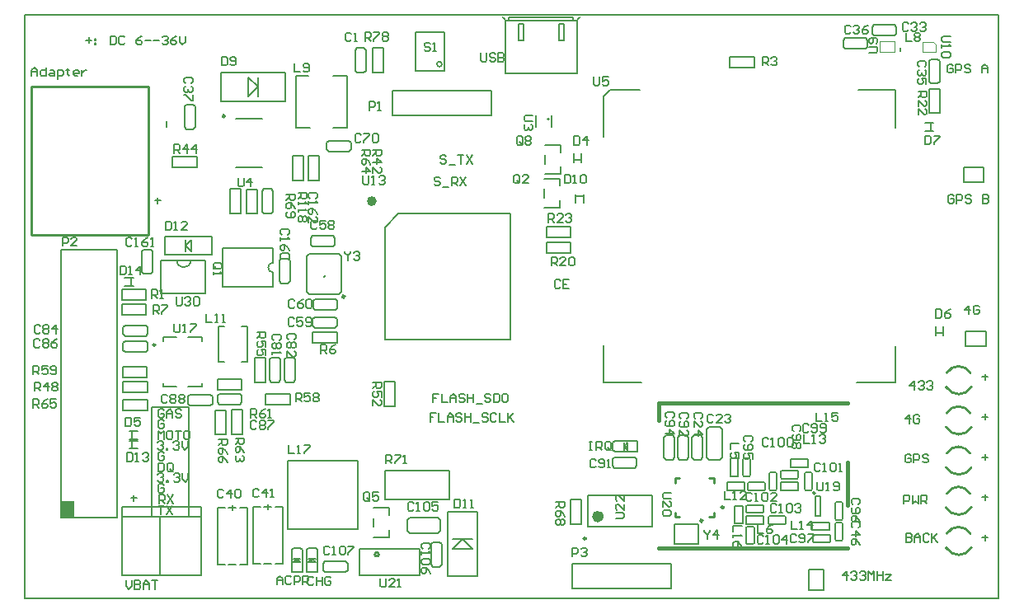
<source format=gto>
%FSLAX25Y25*%
%MOIN*%
G70*
G01*
G75*
%ADD10C,0.02000*%
%ADD11C,0.03000*%
%ADD12C,0.01500*%
%ADD13R,0.01575X0.01181*%
%ADD14R,0.03937X0.02362*%
%ADD15R,0.03347X0.02756*%
%ADD16R,0.07480X0.11811*%
%ADD17O,0.06890X0.02362*%
%ADD18O,0.02362X0.07087*%
%ADD19O,0.07087X0.02362*%
%ADD20O,0.06299X0.02362*%
%ADD21R,0.02756X0.03347*%
%ADD22R,0.00984X0.01575*%
%ADD23R,0.02362X0.01969*%
%ADD24R,0.00984X0.01299*%
G04:AMPARAMS|DCode=25|XSize=35.43mil|YSize=157.48mil|CornerRadius=1.77mil|HoleSize=0mil|Usage=FLASHONLY|Rotation=90.000|XOffset=0mil|YOffset=0mil|HoleType=Round|Shape=RoundedRectangle|*
%AMROUNDEDRECTD25*
21,1,0.03543,0.15394,0,0,90.0*
21,1,0.03189,0.15748,0,0,90.0*
1,1,0.00354,0.07697,0.01595*
1,1,0.00354,0.07697,-0.01595*
1,1,0.00354,-0.07697,-0.01595*
1,1,0.00354,-0.07697,0.01595*
%
%ADD25ROUNDEDRECTD25*%
%ADD26R,0.01181X0.01575*%
%ADD27R,0.02362X0.02362*%
%ADD28R,0.02362X0.02362*%
%ADD29R,0.03347X0.01575*%
%ADD30R,0.05118X0.03937*%
%ADD31O,0.03740X0.00984*%
%ADD32O,0.00984X0.03740*%
%ADD33R,0.08661X0.08661*%
%ADD34R,0.03150X0.02559*%
%ADD35O,0.01378X0.06693*%
%ADD36C,0.03937*%
%ADD37R,0.01200X0.01800*%
%ADD38R,0.07874X0.03937*%
%ADD39R,0.01575X0.05906*%
%ADD40R,0.07874X0.07874*%
%ADD41O,0.03937X0.01181*%
%ADD42R,0.03937X0.01181*%
%ADD43R,0.02500X0.05906*%
%ADD44R,0.04800X0.05600*%
%ADD45R,0.04724X0.03150*%
%ADD46O,0.03740X0.01378*%
%ADD47R,0.08661X0.16929*%
%ADD48R,0.04803X0.02441*%
%ADD49R,0.07087X0.07874*%
%ADD50O,0.06693X0.01063*%
%ADD51R,0.06693X0.01063*%
%ADD52R,0.01063X0.06693*%
%ADD53R,0.08898X0.25590*%
%ADD54R,0.03937X0.05118*%
%ADD55R,0.03937X0.05906*%
%ADD56R,0.07874X0.07874*%
%ADD57R,0.04724X0.09843*%
%ADD58R,0.10000X0.07000*%
%ADD59O,0.05906X0.03150*%
%ADD60R,0.07087X0.03937*%
%ADD61O,0.03150X0.05906*%
%ADD62R,0.03937X0.07087*%
%ADD63C,0.01000*%
%ADD64C,0.08000*%
%ADD65C,0.01200*%
%ADD66C,0.00800*%
%ADD67C,0.02500*%
%ADD68R,0.11600X0.03500*%
%ADD69R,0.12910X0.06885*%
%ADD70R,0.04300X0.04600*%
%ADD71R,0.04600X0.21700*%
%ADD72R,0.34969X0.11400*%
%ADD73R,0.26500X0.16000*%
%ADD74R,0.18000X0.08400*%
%ADD75R,0.10500X0.06400*%
%ADD76R,0.06000X0.09600*%
%ADD77R,0.06700X0.09800*%
%ADD78R,0.04200X0.18700*%
%ADD79R,0.06200X0.14700*%
%ADD80R,0.10400X0.95500*%
%ADD81R,0.27300X0.16100*%
%ADD82R,0.05700X0.21700*%
%ADD83R,0.08100X0.13300*%
%ADD84R,0.08700X0.05400*%
%ADD85R,0.05000X0.07173*%
%ADD86R,0.06600X0.19900*%
%ADD87C,0.00500*%
%ADD88R,0.05906X0.05906*%
%ADD89C,0.05906*%
%ADD90C,0.07874*%
%ADD91R,0.07874X0.07874*%
G04:AMPARAMS|DCode=92|XSize=51.18mil|YSize=173.23mil|CornerRadius=2.56mil|HoleSize=0mil|Usage=FLASHONLY|Rotation=90.000|XOffset=0mil|YOffset=0mil|HoleType=Round|Shape=RoundedRectangle|*
%AMROUNDEDRECTD92*
21,1,0.05118,0.16811,0,0,90.0*
21,1,0.04606,0.17323,0,0,90.0*
1,1,0.00512,0.08406,0.02303*
1,1,0.00512,0.08406,-0.02303*
1,1,0.00512,-0.08406,-0.02303*
1,1,0.00512,-0.08406,0.02303*
%
%ADD92ROUNDEDRECTD92*%
%ADD93C,0.01969*%
%ADD94R,0.05315X0.07284*%
%ADD95C,0.13780*%
%ADD96O,0.07874X0.11811*%
%ADD97R,0.07874X0.11811*%
%ADD98C,0.02000*%
%ADD99C,0.03000*%
%ADD100C,0.03500*%
%ADD101C,0.04000*%
%ADD102C,0.02598*%
%ADD103C,0.04000*%
%ADD104R,0.10876X0.04450*%
%ADD105R,0.12400X0.11000*%
%ADD106R,0.12400X0.13400*%
%ADD107R,0.42200X0.13900*%
%ADD108R,0.28100X0.17200*%
%ADD109R,0.10200X0.09400*%
%ADD110R,0.09500X0.12000*%
%ADD111C,0.05000*%
%ADD112R,0.39000X0.13800*%
%ADD113R,0.06200X0.13300*%
%ADD114R,0.21900X0.04900*%
%ADD115R,0.19300X0.05600*%
%ADD116R,0.27100X0.16800*%
%ADD117R,0.08400X0.08100*%
%ADD118R,0.08300X0.14100*%
%ADD119R,0.08661X0.11024*%
%ADD120R,0.01969X0.07874*%
%ADD121R,0.02362X0.03937*%
%ADD122R,0.02500X0.05500*%
%ADD123R,0.06299X0.01969*%
%ADD124R,0.07874X0.14410*%
%ADD125R,0.07000X0.10000*%
%ADD126R,0.07087X0.03937*%
%ADD127O,0.09843X0.02362*%
%ADD128O,0.08661X0.02362*%
%ADD129O,0.01378X0.03740*%
%ADD130R,0.16929X0.08661*%
%ADD131R,0.04843X0.02559*%
%ADD132R,0.08268X0.02756*%
%ADD133O,0.03543X0.01969*%
%ADD134O,0.03543X0.01969*%
%ADD135R,0.03543X0.01969*%
%ADD136R,0.03347X0.01575*%
%ADD137R,0.07874X0.01969*%
%ADD138R,0.05118X0.19685*%
%ADD139R,0.03150X0.04724*%
%ADD140R,0.19685X0.05118*%
%ADD141C,0.09000*%
%ADD142R,0.22800X0.06300*%
%ADD143R,0.08600X0.09700*%
%ADD144R,0.05400X0.08800*%
%ADD145R,0.03600X0.11400*%
%ADD146R,0.11100X0.13400*%
%ADD147R,0.08800X0.07400*%
%ADD148R,0.29300X0.15600*%
%ADD149R,0.14000X0.54700*%
%ADD150R,0.48700X0.11300*%
%ADD151R,0.26931X0.16000*%
%ADD152R,0.14700X0.03700*%
%ADD153R,0.08500X0.39500*%
%ADD154R,0.04900X0.17100*%
%ADD155R,0.07600X0.09400*%
%ADD156R,0.03474X0.08965*%
%ADD157R,0.08900X0.10200*%
%ADD158R,0.15200X0.28165*%
%ADD159R,0.15800X0.09700*%
%ADD160C,0.00984*%
%ADD161C,0.00300*%
%ADD162C,0.00787*%
%ADD163C,0.02362*%
%ADD164C,0.00600*%
%ADD165C,0.00700*%
%ADD166C,0.00900*%
%ADD167R,0.05417X0.06634*%
D10*
X134132Y136900D02*
G03*
X134132Y136900I-1000J0D01*
G01*
D12*
X249232Y55361D02*
X325609D01*
X249232Y-3300D02*
X325609D01*
X249232Y48368D02*
Y55361D01*
X325593Y13900D02*
X325616Y31100D01*
D63*
X365329Y-3253D02*
G03*
X375558Y-3253I5114J2953D01*
G01*
X375026Y2410D02*
G03*
X365637Y2410I-4694J-2710D01*
G01*
X375026Y67410D02*
G03*
X365637Y67410I-4694J-2710D01*
G01*
X365329Y61747D02*
G03*
X375558Y61747I5114J2953D01*
G01*
X365329Y29247D02*
G03*
X375558Y29247I5114J2953D01*
G01*
X375026Y34910D02*
G03*
X365637Y34910I-4694J-2710D01*
G01*
X375026Y18660D02*
G03*
X365637Y18660I-4694J-2710D01*
G01*
X365329Y12997D02*
G03*
X375558Y12997I5114J2953D01*
G01*
X365329Y45497D02*
G03*
X375558Y45497I5114J2953D01*
G01*
X375026Y51160D02*
G03*
X365637Y51160I-4694J-2710D01*
G01*
X135953Y-6019D02*
G03*
X135953Y-6019I-787J0D01*
G01*
X-4439Y123300D02*
Y183300D01*
X42805Y123300D02*
Y183300D01*
X-4439Y123300D02*
X42805D01*
X-4439Y183300D02*
X42805D01*
D65*
X266800Y7700D02*
G03*
X266800Y7700I-400J0D01*
G01*
X122106Y98326D02*
G03*
X122106Y98326I-400J0D01*
G01*
D66*
X75200Y-10000D02*
X78200D01*
X70700D02*
X73700D01*
X79700D02*
X82700D01*
X70700Y13000D02*
X73700D01*
X79700D02*
X82700D01*
Y-10000D02*
Y13000D01*
X70700Y-10000D02*
Y13000D01*
X76700Y12000D02*
Y14000D01*
X75200Y13000D02*
X78200D01*
X89600Y-9800D02*
X92600D01*
X85100D02*
X88100D01*
X94100D02*
X97100D01*
X85100Y13200D02*
X88100D01*
X94100D02*
X97100D01*
Y-9800D02*
Y13200D01*
X85100Y-9800D02*
Y13200D01*
X91100Y12200D02*
Y14200D01*
X89600Y13200D02*
X92600D01*
D87*
X161432Y192300D02*
G03*
X161432Y192300I-1000J0D01*
G01*
X215801Y138743D02*
X218399D01*
X218675Y136279D02*
Y139665D01*
X215525Y136279D02*
Y139665D01*
X209099Y134257D02*
Y137210D01*
Y143116D02*
Y146069D01*
X202800Y138391D02*
Y141935D01*
Y134257D02*
X209099D01*
X202800Y146069D02*
X209099D01*
X209468Y147857D02*
Y150810D01*
Y156716D02*
Y159669D01*
X203169Y151991D02*
Y155535D01*
Y147857D02*
X209468D01*
X203169Y159669D02*
X209468D01*
X133335Y189026D02*
X137665D01*
X133335Y198869D02*
X137665D01*
X133335Y189026D02*
Y198869D01*
X137665Y189026D02*
Y198869D01*
X130765Y189719D02*
Y197987D01*
X127222Y198774D02*
X129978D01*
X127222Y188932D02*
X129978D01*
X126435Y189719D02*
Y197987D01*
Y189719D02*
X127222Y188932D01*
X129978D02*
X130765Y189719D01*
X129978Y198774D02*
X130765Y197987D01*
X126435D02*
X127222Y198774D01*
X7483Y8866D02*
Y117134D01*
X30317D01*
Y8866D02*
Y117134D01*
X7483Y8866D02*
X30317D01*
X226678Y179104D02*
X229378Y181804D01*
X226678Y63694D02*
Y78700D01*
Y63694D02*
X242131D01*
X329132D02*
X344788D01*
X344788Y78200D02*
X344788Y63694D01*
X344788Y166600D02*
X344788Y181804D01*
X329832D02*
X344788D01*
X229378D02*
X241332D01*
X226678Y163000D02*
Y179104D01*
X277926Y190835D02*
Y195165D01*
X287769Y190835D02*
Y195165D01*
X277926D02*
X287769D01*
X277926Y190835D02*
X287769D01*
X324545Y202765D02*
X332813D01*
X323758Y199222D02*
Y201978D01*
X333600Y199222D02*
Y201978D01*
X324545Y198435D02*
X332813D01*
X333600Y199222D01*
X332813Y202765D02*
X333600Y201978D01*
X323758D02*
X324545Y202765D01*
X323758Y199222D02*
X324545Y198435D01*
X336213Y208165D02*
X344481D01*
X335426Y204622D02*
Y207378D01*
X345269Y204622D02*
Y207378D01*
X336213Y203835D02*
X344481D01*
X345269Y204622D01*
X344481Y208165D02*
X345269Y207378D01*
X335426D02*
X336213Y208165D01*
X335426Y204622D02*
X336213Y203835D01*
X362697Y185219D02*
Y193487D01*
X359154Y194274D02*
X361910D01*
X359154Y184432D02*
X361910D01*
X358366Y185219D02*
Y193487D01*
Y185219D02*
X359154Y184432D01*
X361910D02*
X362697Y185219D01*
X361910Y194274D02*
X362697Y193487D01*
X358366D02*
X359154Y194274D01*
X358335Y182274D02*
X362665D01*
X358335Y172432D02*
X362665D01*
Y182274D01*
X358335Y172432D02*
Y182274D01*
X356679Y168475D02*
X360065D01*
X356679Y165325D02*
X360065D01*
X359143Y165601D02*
Y168199D01*
X276898Y19926D02*
Y23076D01*
X283985Y19926D02*
Y23076D01*
X276898Y19926D02*
X283985D01*
X276898Y23076D02*
X283985D01*
X291928Y19926D02*
Y19926D01*
X285235Y20320D02*
Y22682D01*
X285629Y19926D02*
X291928D01*
X292322Y20320D02*
Y22682D01*
X285629Y23076D02*
X291928D01*
X285235Y22682D02*
Y22682D01*
X285629Y23076D01*
X285235Y20320D02*
X285235D01*
X285629Y19926D01*
X292322Y22682D02*
X292322D01*
X291928Y23076D02*
X292322Y22682D01*
Y20320D02*
X292322D01*
X291928Y19926D02*
X292322Y20320D01*
X298398Y19926D02*
Y23076D01*
X305485Y19926D02*
Y23076D01*
X298398Y19926D02*
X305485D01*
X298398Y23076D02*
X305485D01*
X298792Y27876D02*
Y27876D01*
X305485Y25120D02*
Y27482D01*
X298792Y27876D02*
X305091D01*
X298398Y25120D02*
Y27482D01*
X298792Y24726D02*
X305091D01*
X305485Y25120D02*
Y25120D01*
X305091Y24726D02*
X305485Y25120D01*
X305485Y27482D02*
X305485D01*
X305091Y27876D02*
X305485Y27482D01*
X298398Y25120D02*
X298398D01*
X298792Y24726D01*
X298398Y27482D02*
X298398D01*
X298792Y27876D01*
X296975Y26718D02*
X296975D01*
X294219Y20025D02*
X296581D01*
X296975Y20419D02*
Y26718D01*
X294219Y27112D02*
X296581D01*
X293825Y20419D02*
Y26718D01*
X294219Y20025D02*
X294219D01*
X293825Y20419D02*
X294219Y20025D01*
X296581D02*
Y20025D01*
X296975Y20419D01*
X294219Y27112D02*
Y27112D01*
X293825Y26718D02*
X294219Y27112D01*
X296581D02*
Y27112D01*
Y27112D02*
X296975Y26718D01*
X302420Y29325D02*
Y32475D01*
X309506Y29325D02*
Y32475D01*
X302420Y29325D02*
X309506D01*
X302420Y32475D02*
X309506D01*
X311306Y26718D02*
X311306D01*
X308550Y20025D02*
X310913D01*
X311306Y20419D02*
Y26718D01*
X308550Y27112D02*
X310913D01*
X308157Y20419D02*
Y26718D01*
X308550Y20025D02*
X308550D01*
X308157Y20419D02*
X308550Y20025D01*
X310913D02*
Y20025D01*
X311306Y20419D01*
X308550Y27112D02*
Y27112D01*
X308157Y26718D02*
X308550Y27112D01*
X310913D02*
Y27112D01*
Y27112D02*
X311306Y26718D01*
X323575Y14718D02*
X323575D01*
X320819Y8025D02*
X323181D01*
X323575Y8419D02*
Y14718D01*
X320819Y15112D02*
X323181D01*
X320425Y8419D02*
Y14718D01*
X320819Y8025D02*
X320819D01*
X320425Y8419D02*
X320819Y8025D01*
X323181D02*
Y8025D01*
X323575Y8419D01*
X320819Y15112D02*
Y15112D01*
X320425Y14718D02*
X320819Y15112D01*
X323181D02*
Y15112D01*
Y15112D02*
X323575Y14718D01*
Y6381D02*
X323575D01*
X320819Y-312D02*
X323181D01*
X323575Y82D02*
Y6381D01*
X320819Y6775D02*
X323181D01*
X320425Y82D02*
Y6381D01*
X320819Y-312D02*
X320819D01*
X320425Y82D02*
X320819Y-312D01*
X323181D02*
Y-312D01*
X323575Y82D01*
X320819Y6775D02*
Y6775D01*
X320425Y6381D02*
X320819Y6775D01*
X323181D02*
Y6775D01*
Y6775D02*
X323575Y6381D01*
X318296Y3788D02*
Y6938D01*
X311209Y3788D02*
Y6938D01*
X318296D01*
X311209Y3788D02*
X318296D01*
X311766Y1938D02*
Y1938D01*
X318459Y-818D02*
Y1544D01*
X311766Y1938D02*
X318065D01*
X311372Y-818D02*
Y1544D01*
X311766Y-1212D02*
X318065D01*
X318459Y-818D02*
Y-818D01*
X318065Y-1212D02*
X318459Y-818D01*
X318459Y1544D02*
X318459D01*
X318065Y1938D02*
X318459Y1544D01*
X311372Y-818D02*
X311372D01*
X311766Y-1212D01*
X311372Y1544D02*
X311372D01*
X311766Y1938D01*
X291228Y10761D02*
Y10761D01*
X284535Y11155D02*
Y13517D01*
X284929Y10761D02*
X291228D01*
X291622Y11155D02*
Y13517D01*
X284929Y13911D02*
X291228D01*
X284535Y13517D02*
Y13517D01*
X284929Y13911D01*
X284535Y11155D02*
X284535D01*
X284929Y10761D01*
X291622Y13517D02*
X291622D01*
X291228Y13911D02*
X291622Y13517D01*
Y11155D02*
X291622D01*
X291228Y10761D02*
X291622Y11155D01*
X279925Y6588D02*
X283075D01*
X279925Y13675D02*
X283075D01*
Y6588D02*
Y13675D01*
X279925Y6588D02*
Y13675D01*
X284535Y6261D02*
Y9411D01*
X291622Y6261D02*
Y9411D01*
X284535Y6261D02*
X291622D01*
X284535Y9411D02*
X291622D01*
X300065Y6261D02*
Y6261D01*
X293372Y6655D02*
Y9017D01*
X293766Y6261D02*
X300065D01*
X300459Y6655D02*
Y9017D01*
X293766Y9411D02*
X300065D01*
X293372Y9017D02*
Y9017D01*
X293766Y9411D01*
X293372Y6655D02*
X293372D01*
X293766Y6261D01*
X300459Y9017D02*
X300459D01*
X300065Y9411D02*
X300459Y9017D01*
Y6655D02*
X300459D01*
X300065Y6261D02*
X300459Y6655D01*
X287675Y4818D02*
X287675D01*
X284919Y-1875D02*
X287281D01*
X287675Y-1481D02*
Y4818D01*
X284919Y5212D02*
X287281D01*
X284525Y-1481D02*
Y4818D01*
X284919Y-1875D02*
X284919D01*
X284525Y-1481D02*
X284919Y-1875D01*
X287281D02*
Y-1875D01*
X287675Y-1481D01*
X284919Y5212D02*
Y5212D01*
X284525Y4818D02*
X284919Y5212D01*
X287281D02*
Y5212D01*
Y5212D02*
X287675Y4818D01*
X283135Y26083D02*
X283136D01*
X283529Y32776D02*
X285891D01*
X283135Y26083D02*
Y32382D01*
X283529Y25689D02*
X285891D01*
X286285Y26083D02*
Y32382D01*
X285891Y32776D02*
X285891D01*
X286285Y32382D01*
X283529Y32776D02*
Y32776D01*
X283135Y32382D02*
X283529Y32776D01*
X285891Y25689D02*
Y25689D01*
X286285Y26083D01*
X283529Y25689D02*
Y25689D01*
X283136Y26083D02*
X283529Y25689D01*
X278135Y25689D02*
X281285D01*
X278135Y32776D02*
X281285D01*
Y25689D02*
Y32776D01*
X278135Y25689D02*
Y32776D01*
X268582Y33281D02*
X269566Y32297D01*
X268582Y33281D02*
X268582D01*
X273897Y32297D02*
X274881Y33281D01*
X268582Y44698D02*
X269566Y45683D01*
X273897D02*
X274881Y44698D01*
X269566Y45683D02*
X273897D01*
X274881Y33281D02*
Y44698D01*
X269566Y32297D02*
X273897D01*
X268582Y33281D02*
Y44698D01*
X262566Y33084D02*
Y41352D01*
X263353Y32297D02*
X266109D01*
X263353Y42139D02*
X266109D01*
X266897Y33084D02*
Y41352D01*
X266109Y42139D02*
X266897Y41352D01*
X262566D02*
X263353Y42139D01*
X262566Y33084D02*
X263353Y32297D01*
X266109D02*
X266897Y33084D01*
X256866D02*
Y41352D01*
X257653Y32297D02*
X260409D01*
X257653Y42139D02*
X260409D01*
X261197Y33084D02*
Y41352D01*
X260409Y42139D02*
X261197Y41352D01*
X256866D02*
X257653Y42139D01*
X256866Y33084D02*
X257653Y32297D01*
X260409D02*
X261197Y33084D01*
X251266D02*
Y41352D01*
X252053Y32297D02*
X254809D01*
X252053Y42139D02*
X254809D01*
X255597Y33084D02*
Y41352D01*
X254809Y42139D02*
X255597Y41352D01*
X251266D02*
X252053Y42139D01*
X251266Y33084D02*
X252053Y32297D01*
X254809D02*
X255597Y33084D01*
X230569Y36322D02*
X231356Y35535D01*
X234998Y37700D02*
X236376D01*
X234998D02*
X236376Y39078D01*
X234998Y37700D02*
X236376Y36322D01*
Y39078D01*
X234998Y36322D02*
Y39078D01*
X230569Y39078D02*
X231356Y39865D01*
X231356Y35535D02*
X240411D01*
X230569Y36322D02*
Y39078D01*
X231356Y39865D02*
X240411D01*
Y35535D02*
Y39865D01*
X231245Y33365D02*
X239513D01*
X230457Y29822D02*
Y32578D01*
X240300Y29822D02*
Y32578D01*
X231245Y29035D02*
X239513D01*
X240300Y29822D01*
X239513Y33365D02*
X240300Y32578D01*
X230457D02*
X231245Y33365D01*
X230457Y29822D02*
X231245Y29035D01*
X213466Y16174D02*
X217797D01*
X213466Y6331D02*
X217797D01*
Y16174D01*
X213466Y6331D02*
Y16174D01*
X203763Y120365D02*
X213605D01*
X203763Y116035D02*
X213605D01*
X203763D02*
Y120365D01*
X213605Y116035D02*
Y120365D01*
X203763Y126565D02*
X213605D01*
X203763Y122235D02*
X213605D01*
X203763D02*
Y126565D01*
X213605Y122235D02*
Y126565D01*
X150915Y189700D02*
X162432D01*
Y205400D01*
X150915D02*
X162432D01*
X150915Y189700D02*
Y205400D01*
X138235Y54026D02*
X142565D01*
X138235Y63868D02*
X142565D01*
X138235Y54026D02*
Y63868D01*
X142565Y54026D02*
Y63868D01*
X163894Y-14718D02*
X175706D01*
Y11266D01*
X163894D02*
X175706D01*
X163894Y-14718D02*
Y11266D01*
X165863Y-3695D02*
X173737D01*
X165863Y243D02*
X173737D01*
X165863Y-3695D02*
X169800Y243D01*
X173737Y-3695D01*
X157035Y-10187D02*
Y-1919D01*
X157822Y-10974D02*
X160578D01*
X157822Y-1132D02*
X160578D01*
X161365Y-10187D02*
Y-1919D01*
X160578Y-1132D02*
X161365Y-1919D01*
X157035D02*
X157822Y-1132D01*
X157035Y-10187D02*
X157822Y-10974D01*
X160578D02*
X161365Y-10187D01*
X128177Y-3657D02*
X152587D01*
X128177Y-14287D02*
X152587D01*
X128177D02*
Y-3657D01*
X152587Y-14287D02*
Y-3657D01*
X106791Y-4135D02*
X107579Y-3348D01*
X108957Y-9155D02*
Y-7777D01*
X110335Y-9155D01*
X107579D02*
X108957Y-7777D01*
X107579Y-9155D02*
X110335D01*
X107579Y-7777D02*
X110335D01*
X110335Y-3348D02*
X111122Y-4135D01*
X106791Y-13191D02*
Y-4135D01*
X107579Y-3348D02*
X110335D01*
X111122Y-13191D02*
Y-4135D01*
X106791Y-13191D02*
X111122D01*
X100700Y-4158D02*
X101487Y-3371D01*
X102865Y-9178D02*
Y-7800D01*
X104243Y-9178D01*
X101487D02*
X102865Y-7800D01*
X101487Y-9178D02*
X104243D01*
X101487Y-7800D02*
X104243D01*
X104243Y-3371D02*
X105031Y-4158D01*
X100700Y-13213D02*
Y-4158D01*
X101487Y-3371D02*
X104243D01*
X105031Y-13213D02*
Y-4158D01*
X100700Y-13213D02*
X105031D01*
X115685Y157035D02*
X123953D01*
X124740Y157822D02*
Y160578D01*
X114898Y157822D02*
Y160578D01*
X115685Y161365D02*
X123953D01*
X114898Y160578D02*
X115685Y161365D01*
X114898Y157822D02*
X115685Y157035D01*
X123953D02*
X124740Y157822D01*
X123953Y161365D02*
X124740Y160578D01*
X101232Y145326D02*
X105562D01*
X101232Y155168D02*
X105562D01*
X101232Y145326D02*
Y155168D01*
X105562Y145326D02*
Y155168D01*
X107655Y145326D02*
X111985D01*
X107655Y155168D02*
X111985D01*
X107655Y145326D02*
Y155168D01*
X111985Y145326D02*
Y155168D01*
X88832Y132713D02*
Y140981D01*
X89619Y131926D02*
X92375D01*
X89619Y141769D02*
X92375D01*
X93162Y132713D02*
Y140981D01*
X92375Y141769D02*
X93162Y140981D01*
X88832D02*
X89619Y141769D01*
X88832Y132713D02*
X89619Y131926D01*
X92375D02*
X93162Y132713D01*
X82435Y141674D02*
X86765D01*
X82435Y131832D02*
X86765D01*
Y141674D01*
X82435Y131832D02*
Y141674D01*
X75731Y141769D02*
X80062D01*
X75731Y131926D02*
X80062D01*
Y141769D01*
X75731Y131926D02*
Y141769D01*
X95666Y104513D02*
Y112781D01*
X96453Y103726D02*
X99209D01*
X96453Y113568D02*
X99209D01*
X99997Y104513D02*
Y112781D01*
X99209Y113568D02*
X99997Y112781D01*
X95666D02*
X96453Y113568D01*
X95666Y104513D02*
X96453Y103726D01*
X99209D02*
X99997Y104513D01*
X110119Y92935D02*
X118387D01*
X119174Y93722D02*
Y96478D01*
X109332Y93722D02*
Y96478D01*
X110119Y97265D02*
X118387D01*
X109332Y96478D02*
X110119Y97265D01*
X109332Y93722D02*
X110119Y92935D01*
X118387D02*
X119174Y93722D01*
X118387Y97265D02*
X119174Y96478D01*
X110050Y85735D02*
X118318D01*
X119106Y86522D02*
Y89278D01*
X109263Y86522D02*
Y89278D01*
X110050Y90065D02*
X118318D01*
X109263Y89278D02*
X110050Y90065D01*
X109263Y86522D02*
X110050Y85735D01*
X118318D02*
X119106Y86522D01*
X118318Y90065D02*
X119106Y89278D01*
X109158Y79635D02*
Y83965D01*
X119000Y79635D02*
Y83965D01*
X109158D02*
X119000D01*
X109158Y79635D02*
X119000D01*
X71121Y72000D02*
X73331D01*
X71121Y86300D02*
X73431D01*
X80331Y72000D02*
X82932D01*
X80431Y86300D02*
X82932D01*
X71121Y72000D02*
Y86300D01*
X82932Y72000D02*
Y86300D01*
X85866Y63726D02*
X90197D01*
X85866Y73568D02*
X90197D01*
X85866Y63726D02*
Y73568D01*
X90197Y63726D02*
Y73568D01*
X91866Y64513D02*
Y72781D01*
X92654Y63726D02*
X95409D01*
X92654Y73568D02*
X95409D01*
X96197Y64513D02*
Y72781D01*
X95409Y73568D02*
X96197Y72781D01*
X91866D02*
X92654Y73568D01*
X91866Y64513D02*
X92654Y63726D01*
X95409D02*
X96197Y64513D01*
X97866D02*
Y72781D01*
X98654Y63726D02*
X101409D01*
X98654Y73568D02*
X101409D01*
X102197Y64513D02*
Y72781D01*
X101409Y73568D02*
X102197Y72781D01*
X97866D02*
X98654Y73568D01*
X97866Y64513D02*
X98654Y63726D01*
X101409D02*
X102197Y64513D01*
X90258Y54735D02*
Y59065D01*
X100100Y54735D02*
Y59065D01*
X90258D02*
X100100D01*
X90258Y54735D02*
X100100D01*
X80568Y60635D02*
Y64965D01*
X70726Y60635D02*
Y64965D01*
Y60635D02*
X80568D01*
X70726Y64965D02*
X80568D01*
X71513Y58965D02*
X79781D01*
X70726Y55422D02*
Y58178D01*
X80568Y55422D02*
Y58178D01*
X71513Y54635D02*
X79781D01*
X80568Y55422D01*
X79781Y58965D02*
X80568Y58178D01*
X70726D02*
X71513Y58965D01*
X70726Y55422D02*
X71513Y54635D01*
X69835Y52374D02*
X74165D01*
X69835Y42531D02*
X74165D01*
Y52374D01*
X69835Y42531D02*
Y52374D01*
X76435Y42626D02*
X80765D01*
X76435Y52469D02*
X80765D01*
X76435Y42626D02*
Y52469D01*
X80765Y42626D02*
Y52469D01*
X59619Y54235D02*
X67887D01*
X68674Y55022D02*
Y57778D01*
X58832Y55022D02*
Y57778D01*
X59619Y58565D02*
X67887D01*
X58832Y57778D02*
X59619Y58565D01*
X58832Y55022D02*
X59619Y54235D01*
X67887D02*
X68674Y55022D01*
X67887Y58565D02*
X68674Y57778D01*
X58795Y62058D02*
X64406D01*
X48658Y81743D02*
X54268D01*
X48658Y80400D02*
Y81743D01*
Y62058D02*
X54268D01*
X48658D02*
Y63100D01*
X64406Y62058D02*
Y63100D01*
X58795Y81743D02*
X64406D01*
Y80400D02*
Y81743D01*
X32626Y52335D02*
Y56665D01*
X42469Y52335D02*
Y56665D01*
X32626D02*
X42469D01*
X32626Y52335D02*
X42469D01*
X32626Y59535D02*
Y63865D01*
X42469Y59535D02*
Y63865D01*
X32626D02*
X42469D01*
X32626Y59535D02*
X42469D01*
X42274Y65435D02*
Y69765D01*
X32432Y65435D02*
Y69765D01*
Y65435D02*
X42274D01*
X32432Y69765D02*
X42274D01*
X33413Y80265D02*
X41681D01*
X32626Y76722D02*
Y79478D01*
X42469Y76722D02*
Y79478D01*
X33413Y75935D02*
X41681D01*
X42469Y76722D01*
X41681Y80265D02*
X42469Y79478D01*
X32626D02*
X33413Y80265D01*
X32626Y76722D02*
X33413Y75935D01*
X32026Y96835D02*
Y101165D01*
X41868Y96835D02*
Y101165D01*
X32026D02*
X41868D01*
X32026Y96835D02*
X41868D01*
X32131Y95165D02*
X41974D01*
X32131Y90835D02*
X41974D01*
X32131D02*
Y95165D01*
X41974Y90835D02*
Y95165D01*
X33413Y86665D02*
X41681D01*
X32626Y83122D02*
Y85878D01*
X42469Y83122D02*
Y85878D01*
X33413Y82335D02*
X41681D01*
X42469Y83122D01*
X41681Y86665D02*
X42469Y85878D01*
X32626D02*
X33413Y86665D01*
X32626Y83122D02*
X33413Y82335D01*
X40135Y108313D02*
Y116581D01*
X40922Y107526D02*
X43678D01*
X40922Y117368D02*
X43678D01*
X44465Y108313D02*
Y116581D01*
X43678Y117368D02*
X44465Y116581D01*
X40135D02*
X40922Y117368D01*
X40135Y108313D02*
X40922Y107526D01*
X43678D02*
X44465Y108313D01*
X117595Y187591D02*
X123068D01*
X102595Y166725D02*
Y187591D01*
X107431D01*
X123068Y166725D02*
Y187591D01*
X117595Y166725D02*
X123068D01*
X102595D02*
X108132D01*
X57335Y166813D02*
Y175081D01*
X58122Y166026D02*
X60878D01*
X58122Y175868D02*
X60878D01*
X61665Y166813D02*
Y175081D01*
X60878Y175868D02*
X61665Y175081D01*
X57335D02*
X58122Y175868D01*
X57335Y166813D02*
X58122Y166026D01*
X60878D02*
X61665Y166813D01*
X364175Y82735D02*
Y86121D01*
X361025Y82735D02*
Y86121D01*
X361301Y83657D02*
X363899D01*
X109145Y122746D02*
X117413D01*
X108358Y119203D02*
Y121959D01*
X118200Y119203D02*
Y121959D01*
X109145Y118416D02*
X117413D01*
X118200Y119203D01*
X117413Y122746D02*
X118200Y121959D01*
X108358D02*
X109145Y122746D01*
X108358Y119203D02*
X109145Y118416D01*
X114319Y-13165D02*
X122587D01*
X123374Y-12378D02*
Y-9622D01*
X113531Y-12378D02*
Y-9622D01*
X114319Y-8835D02*
X122587D01*
X113531Y-9622D02*
X114319Y-8835D01*
X113531Y-12378D02*
X114319Y-13165D01*
X122587D02*
X123374Y-12378D01*
X122587Y-8835D02*
X123374Y-9622D01*
X99231Y32005D02*
X127331D01*
Y4205D02*
Y32005D01*
X99231Y4205D02*
Y32005D01*
Y4205D02*
X127331D01*
X133768Y12868D02*
X140068D01*
X133768Y1058D02*
X140068D01*
X133768Y5191D02*
Y8735D01*
X140068Y9916D02*
Y12868D01*
Y1058D02*
Y4010D01*
X159846Y2650D02*
X160830Y3635D01*
X159846Y2650D02*
Y2650D01*
Y8950D02*
X160830Y7965D01*
X147444Y3635D02*
X148428Y2650D01*
X147444Y7965D02*
X148428Y8950D01*
X147444Y3635D02*
Y7965D01*
X148428Y8950D02*
X159846D01*
X160830Y3635D02*
Y7965D01*
X148428Y2650D02*
X159846D01*
X57926Y118900D02*
X60288Y121262D01*
X57926Y118900D02*
X60288Y116538D01*
X57926D02*
Y121262D01*
X60288Y116538D02*
Y121262D01*
X68359Y115357D02*
Y122443D01*
X49461D02*
X68359D01*
X49461Y115357D02*
Y122443D01*
Y115357D02*
X68359D01*
X215001Y153657D02*
X217599D01*
X214725Y152735D02*
Y156121D01*
X217875Y152735D02*
Y156121D01*
X72082Y177194D02*
Y189005D01*
Y177194D02*
X98066D01*
Y189005D01*
X72082D02*
X98066D01*
X83105Y179163D02*
Y187037D01*
X87042Y179163D02*
Y187037D01*
X83105D02*
X87042Y183100D01*
X83105Y179163D02*
X87042Y183100D01*
X138550Y28005D02*
X164535D01*
Y16195D02*
Y28005D01*
X138550Y16195D02*
X164535D01*
X138550D02*
Y28005D01*
X381420Y78307D02*
Y84397D01*
X373165Y78307D02*
X381420D01*
X373165D02*
Y84397D01*
X381420D01*
X380652Y144596D02*
Y150687D01*
X372396Y144596D02*
X380652D01*
X372396D02*
Y150687D01*
X380652D01*
X44000Y9400D02*
Y53600D01*
Y9400D02*
X59300D01*
Y53600D01*
X44000D02*
X59300D01*
X47400Y-14342D02*
Y9280D01*
X64211Y-14342D02*
Y13217D01*
X32200Y-14342D02*
Y13217D01*
Y-14342D02*
X64211D01*
X32200Y13217D02*
X64211D01*
X32200Y9280D02*
X64211D01*
X36157Y37101D02*
Y39699D01*
X35235Y39975D02*
X38621D01*
X35235Y36825D02*
X38621D01*
X36057Y41001D02*
Y43599D01*
X35135Y43875D02*
X38521D01*
X35135Y40725D02*
X38521D01*
X35743Y102901D02*
Y105499D01*
X33279Y102625D02*
X36665D01*
X33279Y105775D02*
X36665D01*
X309681Y-20305D02*
X315771D01*
X309681D02*
Y-12049D01*
X315771D01*
Y-20305D02*
Y-12049D01*
X62474Y150735D02*
Y155065D01*
X52631Y150735D02*
Y155065D01*
Y150735D02*
X62474D01*
X52631Y155065D02*
X62474D01*
X211100Y147599D02*
Y144100D01*
X212849D01*
X213433Y144683D01*
Y147016D01*
X212849Y147599D01*
X211100D01*
X214599Y144100D02*
X215765D01*
X215182D01*
Y147599D01*
X214599Y147016D01*
X217515D02*
X218098Y147599D01*
X219264D01*
X219847Y147016D01*
Y144683D01*
X219264Y144100D01*
X218098D01*
X217515Y144683D01*
Y147016D01*
X192833Y144683D02*
Y147016D01*
X192249Y147599D01*
X191083D01*
X190500Y147016D01*
Y144683D01*
X191083Y144100D01*
X192249D01*
X191666Y145266D02*
X192833Y144100D01*
X192249D02*
X192833Y144683D01*
X196331Y144100D02*
X193999D01*
X196331Y146433D01*
Y147016D01*
X195748Y147599D01*
X194582D01*
X193999Y147016D01*
X194033Y160183D02*
Y162516D01*
X193449Y163099D01*
X192283D01*
X191700Y162516D01*
Y160183D01*
X192283Y159600D01*
X193449D01*
X192866Y160766D02*
X194033Y159600D01*
X193449D02*
X194033Y160183D01*
X195199Y162516D02*
X195782Y163099D01*
X196948D01*
X197531Y162516D01*
Y161933D01*
X196948Y161349D01*
X197531Y160766D01*
Y160183D01*
X196948Y159600D01*
X195782D01*
X195199Y160183D01*
Y160766D01*
X195782Y161349D01*
X195199Y161933D01*
Y162516D01*
X195782Y161349D02*
X196948D01*
X132145Y173724D02*
Y177223D01*
X133895D01*
X134478Y176640D01*
Y175474D01*
X133895Y174891D01*
X132145D01*
X135644Y173724D02*
X136810D01*
X136227D01*
Y177223D01*
X135644Y176640D01*
X130400Y201700D02*
Y205199D01*
X132149D01*
X132733Y204616D01*
Y203449D01*
X132149Y202866D01*
X130400D01*
X131566D02*
X132733Y201700D01*
X133899Y205199D02*
X136231D01*
Y204616D01*
X133899Y202283D01*
Y201700D01*
X137398Y204616D02*
X137981Y205199D01*
X139147D01*
X139730Y204616D01*
Y204033D01*
X139147Y203449D01*
X139730Y202866D01*
Y202283D01*
X139147Y201700D01*
X137981D01*
X137398Y202283D01*
Y202866D01*
X137981Y203449D01*
X137398Y204033D01*
Y204616D01*
X137981Y203449D02*
X139147D01*
X124833Y204416D02*
X124249Y204999D01*
X123083D01*
X122500Y204416D01*
Y202083D01*
X123083Y201500D01*
X124249D01*
X124833Y202083D01*
X125999Y201500D02*
X127165D01*
X126582D01*
Y204999D01*
X125999Y204416D01*
X79000Y146299D02*
Y143383D01*
X79583Y142800D01*
X80749D01*
X81333Y143383D01*
Y146299D01*
X84248Y142800D02*
Y146299D01*
X82499Y144549D01*
X84831D01*
X8100Y118800D02*
Y122299D01*
X9849D01*
X10433Y121716D01*
Y120549D01*
X9849Y119966D01*
X8100D01*
X13931Y118800D02*
X11599D01*
X13931Y121133D01*
Y121716D01*
X13348Y122299D01*
X12182D01*
X11599Y121716D01*
X44700Y91300D02*
Y94799D01*
X46449D01*
X47033Y94216D01*
Y93049D01*
X46449Y92466D01*
X44700D01*
X45866D02*
X47033Y91300D01*
X48199Y94799D02*
X50532D01*
Y94216D01*
X48199Y91883D01*
Y91300D01*
X159033Y51230D02*
X156700D01*
Y49481D01*
X157866D01*
X156700D01*
Y47732D01*
X160199Y51230D02*
Y47732D01*
X162531D01*
X163698D02*
Y50064D01*
X164864Y51230D01*
X166030Y50064D01*
Y47732D01*
Y49481D01*
X163698D01*
X169529Y50647D02*
X168946Y51230D01*
X167780D01*
X167197Y50647D01*
Y50064D01*
X167780Y49481D01*
X168946D01*
X169529Y48898D01*
Y48315D01*
X168946Y47732D01*
X167780D01*
X167197Y48315D01*
X170695Y51230D02*
Y47732D01*
Y49481D01*
X173028D01*
Y51230D01*
Y47732D01*
X174194Y47148D02*
X176527D01*
X180026Y50647D02*
X179443Y51230D01*
X178276D01*
X177693Y50647D01*
Y50064D01*
X178276Y49481D01*
X179443D01*
X180026Y48898D01*
Y48315D01*
X179443Y47732D01*
X178276D01*
X177693Y48315D01*
X183525Y50647D02*
X182941Y51230D01*
X181775D01*
X181192Y50647D01*
Y48315D01*
X181775Y47732D01*
X182941D01*
X183525Y48315D01*
X184691Y51230D02*
Y47732D01*
X187023D01*
X188190Y51230D02*
Y47732D01*
Y48898D01*
X190522Y51230D01*
X188773Y49481D01*
X190522Y47732D01*
X204500Y128400D02*
Y131899D01*
X206249D01*
X206833Y131316D01*
Y130149D01*
X206249Y129566D01*
X204500D01*
X205666D02*
X206833Y128400D01*
X210331D02*
X207999D01*
X210331Y130733D01*
Y131316D01*
X209748Y131899D01*
X208582D01*
X207999Y131316D01*
X211498D02*
X212081Y131899D01*
X213247D01*
X213830Y131316D01*
Y130733D01*
X213247Y130149D01*
X212664D01*
X213247D01*
X213830Y129566D01*
Y128983D01*
X213247Y128400D01*
X212081D01*
X211498Y128983D01*
X205800Y110800D02*
Y114299D01*
X207549D01*
X208133Y113716D01*
Y112549D01*
X207549Y111966D01*
X205800D01*
X206966D02*
X208133Y110800D01*
X211631D02*
X209299D01*
X211631Y113133D01*
Y113716D01*
X211048Y114299D01*
X209882D01*
X209299Y113716D01*
X212798D02*
X213381Y114299D01*
X214547D01*
X215130Y113716D01*
Y111383D01*
X214547Y110800D01*
X213381D01*
X212798Y111383D01*
Y113716D01*
X209333Y104516D02*
X208749Y105099D01*
X207583D01*
X207000Y104516D01*
Y102183D01*
X207583Y101600D01*
X208749D01*
X209333Y102183D01*
X212831Y105099D02*
X210499D01*
Y101600D01*
X212831D01*
X210499Y103349D02*
X211665D01*
X163233Y154916D02*
X162649Y155499D01*
X161483D01*
X160900Y154916D01*
Y154333D01*
X161483Y153749D01*
X162649D01*
X163233Y153166D01*
Y152583D01*
X162649Y152000D01*
X161483D01*
X160900Y152583D01*
X164399Y151417D02*
X166731D01*
X167898Y155499D02*
X170230D01*
X169064D01*
Y152000D01*
X171397Y155499D02*
X173729Y152000D01*
Y155499D02*
X171397Y152000D01*
X160733Y146116D02*
X160149Y146699D01*
X158983D01*
X158400Y146116D01*
Y145533D01*
X158983Y144949D01*
X160149D01*
X160733Y144366D01*
Y143783D01*
X160149Y143200D01*
X158983D01*
X158400Y143783D01*
X161899Y142617D02*
X164231D01*
X165398Y143200D02*
Y146699D01*
X167147D01*
X167730Y146116D01*
Y144949D01*
X167147Y144366D01*
X165398D01*
X166564D02*
X167730Y143200D01*
X168897Y146699D02*
X171229Y143200D01*
Y146699D02*
X168897Y143200D01*
X-4468Y187500D02*
Y189833D01*
X-3302Y190999D01*
X-2136Y189833D01*
Y187500D01*
Y189249D01*
X-4468D01*
X1363Y190999D02*
Y187500D01*
X-387D01*
X-970Y188083D01*
Y189249D01*
X-387Y189833D01*
X1363D01*
X3112D02*
X4279D01*
X4862Y189249D01*
Y187500D01*
X3112D01*
X2529Y188083D01*
X3112Y188666D01*
X4862D01*
X6028Y186334D02*
Y189833D01*
X7778D01*
X8361Y189249D01*
Y188083D01*
X7778Y187500D01*
X6028D01*
X10110Y190416D02*
Y189833D01*
X9527D01*
X10693D01*
X10110D01*
Y188083D01*
X10693Y187500D01*
X14192D02*
X13026D01*
X12443Y188083D01*
Y189249D01*
X13026Y189833D01*
X14192D01*
X14775Y189249D01*
Y188666D01*
X12443D01*
X15942Y189833D02*
Y187500D01*
Y188666D01*
X16525Y189249D01*
X17108Y189833D01*
X17691D01*
X368133Y191716D02*
X367549Y192299D01*
X366383D01*
X365800Y191716D01*
Y189383D01*
X366383Y188800D01*
X367549D01*
X368133Y189383D01*
Y190549D01*
X366966D01*
X369299Y188800D02*
Y192299D01*
X371048D01*
X371631Y191716D01*
Y190549D01*
X371048Y189966D01*
X369299D01*
X375130Y191716D02*
X374547Y192299D01*
X373381D01*
X372798Y191716D01*
Y191133D01*
X373381Y190549D01*
X374547D01*
X375130Y189966D01*
Y189383D01*
X374547Y188800D01*
X373381D01*
X372798Y189383D01*
X379796Y188800D02*
Y191133D01*
X380962Y192299D01*
X382128Y191133D01*
Y188800D01*
Y190549D01*
X379796D01*
X271233Y50116D02*
X270649Y50699D01*
X269483D01*
X268900Y50116D01*
Y47783D01*
X269483Y47200D01*
X270649D01*
X271233Y47783D01*
X274731Y47200D02*
X272399D01*
X274731Y49533D01*
Y50116D01*
X274148Y50699D01*
X272982D01*
X272399Y50116D01*
X275898D02*
X276481Y50699D01*
X277647D01*
X278230Y50116D01*
Y49533D01*
X277647Y48949D01*
X277064D01*
X277647D01*
X278230Y48366D01*
Y47783D01*
X277647Y47200D01*
X276481D01*
X275898Y47783D01*
X266316Y49067D02*
X266899Y49651D01*
Y50817D01*
X266316Y51400D01*
X263983D01*
X263400Y50817D01*
Y49651D01*
X263983Y49067D01*
X263400Y45568D02*
Y47901D01*
X265733Y45568D01*
X266316D01*
X266899Y46152D01*
Y47318D01*
X266316Y47901D01*
X263400Y42653D02*
X266899D01*
X265149Y44402D01*
Y42070D01*
X350033Y208516D02*
X349449Y209099D01*
X348283D01*
X347700Y208516D01*
Y206183D01*
X348283Y205600D01*
X349449D01*
X350033Y206183D01*
X351199Y208516D02*
X351782Y209099D01*
X352948D01*
X353531Y208516D01*
Y207933D01*
X352948Y207349D01*
X352365D01*
X352948D01*
X353531Y206766D01*
Y206183D01*
X352948Y205600D01*
X351782D01*
X351199Y206183D01*
X354698Y208516D02*
X355281Y209099D01*
X356447D01*
X357030Y208516D01*
Y207933D01*
X356447Y207349D01*
X355864D01*
X356447D01*
X357030Y206766D01*
Y206183D01*
X356447Y205600D01*
X355281D01*
X354698Y206183D01*
X356716Y191167D02*
X357299Y191751D01*
Y192917D01*
X356716Y193500D01*
X354383D01*
X353800Y192917D01*
Y191751D01*
X354383Y191167D01*
X356716Y190001D02*
X357299Y189418D01*
Y188252D01*
X356716Y187669D01*
X356133D01*
X355549Y188252D01*
Y188835D01*
Y188252D01*
X354966Y187669D01*
X354383D01*
X353800Y188252D01*
Y189418D01*
X354383Y190001D01*
X357299Y184170D02*
Y186502D01*
X355549D01*
X356133Y185336D01*
Y184753D01*
X355549Y184170D01*
X354383D01*
X353800Y184753D01*
Y185919D01*
X354383Y186502D01*
X326733Y207416D02*
X326149Y207999D01*
X324983D01*
X324400Y207416D01*
Y205083D01*
X324983Y204500D01*
X326149D01*
X326733Y205083D01*
X327899Y207416D02*
X328482Y207999D01*
X329648D01*
X330231Y207416D01*
Y206833D01*
X329648Y206249D01*
X329065D01*
X329648D01*
X330231Y205666D01*
Y205083D01*
X329648Y204500D01*
X328482D01*
X327899Y205083D01*
X333730Y207999D02*
X332564Y207416D01*
X331398Y206249D01*
Y205083D01*
X331981Y204500D01*
X333147D01*
X333730Y205083D01*
Y205666D01*
X333147Y206249D01*
X331398D01*
X329916Y4767D02*
X330499Y5351D01*
Y6517D01*
X329916Y7100D01*
X327583D01*
X327000Y6517D01*
Y5351D01*
X327583Y4767D01*
X327000Y1852D02*
X330499D01*
X328749Y3601D01*
Y1268D01*
X330499Y-2230D02*
X329916Y-1064D01*
X328749Y102D01*
X327583D01*
X327000Y-481D01*
Y-1647D01*
X327583Y-2230D01*
X328166D01*
X328749Y-1647D01*
Y102D01*
X110964Y128416D02*
X110381Y128999D01*
X109215D01*
X108632Y128416D01*
Y126083D01*
X109215Y125500D01*
X110381D01*
X110964Y126083D01*
X114463Y128999D02*
X112130D01*
Y127249D01*
X113297Y127833D01*
X113880D01*
X114463Y127249D01*
Y126083D01*
X113880Y125500D01*
X112714D01*
X112130Y126083D01*
X115629Y128416D02*
X116212Y128999D01*
X117379D01*
X117962Y128416D01*
Y127833D01*
X117379Y127249D01*
X117962Y126666D01*
Y126083D01*
X117379Y125500D01*
X116212D01*
X115629Y126083D01*
Y126666D01*
X116212Y127249D01*
X115629Y127833D01*
Y128416D01*
X116212Y127249D02*
X117379D01*
X101733Y89216D02*
X101149Y89799D01*
X99983D01*
X99400Y89216D01*
Y86883D01*
X99983Y86300D01*
X101149D01*
X101733Y86883D01*
X105231Y89799D02*
X102899D01*
Y88049D01*
X104065Y88633D01*
X104648D01*
X105231Y88049D01*
Y86883D01*
X104648Y86300D01*
X103482D01*
X102899Y86883D01*
X106398D02*
X106981Y86300D01*
X108147D01*
X108730Y86883D01*
Y89216D01*
X108147Y89799D01*
X106981D01*
X106398Y89216D01*
Y88633D01*
X106981Y88049D01*
X108730D01*
X101933Y96616D02*
X101349Y97199D01*
X100183D01*
X99600Y96616D01*
Y94283D01*
X100183Y93700D01*
X101349D01*
X101933Y94283D01*
X105431Y97199D02*
X104265Y96616D01*
X103099Y95449D01*
Y94283D01*
X103682Y93700D01*
X104848D01*
X105431Y94283D01*
Y94866D01*
X104848Y95449D01*
X103099D01*
X106598Y96616D02*
X107181Y97199D01*
X108347D01*
X108930Y96616D01*
Y94283D01*
X108347Y93700D01*
X107181D01*
X106598Y94283D01*
Y96616D01*
X95816Y80667D02*
X96399Y81251D01*
Y82417D01*
X95816Y83000D01*
X93483D01*
X92900Y82417D01*
Y81251D01*
X93483Y80667D01*
X95816Y79501D02*
X96399Y78918D01*
Y77752D01*
X95816Y77169D01*
X95233D01*
X94649Y77752D01*
X94066Y77169D01*
X93483D01*
X92900Y77752D01*
Y78918D01*
X93483Y79501D01*
X94066D01*
X94649Y78918D01*
X95233Y79501D01*
X95816D01*
X94649Y78918D02*
Y77752D01*
X92900Y76002D02*
Y74836D01*
Y75419D01*
X96399D01*
X95816Y76002D01*
X101816Y80967D02*
X102399Y81551D01*
Y82717D01*
X101816Y83300D01*
X99483D01*
X98900Y82717D01*
Y81551D01*
X99483Y80967D01*
X101816Y79801D02*
X102399Y79218D01*
Y78052D01*
X101816Y77469D01*
X101233D01*
X100649Y78052D01*
X100066Y77469D01*
X99483D01*
X98900Y78052D01*
Y79218D01*
X99483Y79801D01*
X100066D01*
X100649Y79218D01*
X101233Y79801D01*
X101816D01*
X100649Y79218D02*
Y78052D01*
X98900Y73970D02*
Y76302D01*
X101233Y73970D01*
X101816D01*
X102399Y74553D01*
Y75719D01*
X101816Y76302D01*
X-867Y86316D02*
X-1451Y86899D01*
X-2617D01*
X-3200Y86316D01*
Y83983D01*
X-2617Y83400D01*
X-1451D01*
X-867Y83983D01*
X299Y86316D02*
X882Y86899D01*
X2048D01*
X2631Y86316D01*
Y85733D01*
X2048Y85149D01*
X2631Y84566D01*
Y83983D01*
X2048Y83400D01*
X882D01*
X299Y83983D01*
Y84566D01*
X882Y85149D01*
X299Y85733D01*
Y86316D01*
X882Y85149D02*
X2048D01*
X5547Y83400D02*
Y86899D01*
X3798Y85149D01*
X6130D01*
X-1067Y80616D02*
X-1651Y81199D01*
X-2817D01*
X-3400Y80616D01*
Y78283D01*
X-2817Y77700D01*
X-1651D01*
X-1067Y78283D01*
X99Y80616D02*
X682Y81199D01*
X1848D01*
X2431Y80616D01*
Y80033D01*
X1848Y79449D01*
X2431Y78866D01*
Y78283D01*
X1848Y77700D01*
X682D01*
X99Y78283D01*
Y78866D01*
X682Y79449D01*
X99Y80033D01*
Y80616D01*
X682Y79449D02*
X1848D01*
X5930Y81199D02*
X4764Y80616D01*
X3598Y79449D01*
Y78283D01*
X4181Y77700D01*
X5347D01*
X5930Y78283D01*
Y78866D01*
X5347Y79449D01*
X3598D01*
X86533Y47516D02*
X85949Y48099D01*
X84783D01*
X84200Y47516D01*
Y45183D01*
X84783Y44600D01*
X85949D01*
X86533Y45183D01*
X87699Y47516D02*
X88282Y48099D01*
X89448D01*
X90031Y47516D01*
Y46933D01*
X89448Y46349D01*
X90031Y45766D01*
Y45183D01*
X89448Y44600D01*
X88282D01*
X87699Y45183D01*
Y45766D01*
X88282Y46349D01*
X87699Y46933D01*
Y47516D01*
X88282Y46349D02*
X89448D01*
X91198Y48099D02*
X93530D01*
Y47516D01*
X91198Y45183D01*
Y44600D01*
X50433Y58116D02*
X49849Y58699D01*
X48683D01*
X48100Y58116D01*
Y55783D01*
X48683Y55200D01*
X49849D01*
X50433Y55783D01*
X51599Y58116D02*
X52182Y58699D01*
X53348D01*
X53931Y58116D01*
Y57533D01*
X53348Y56949D01*
X53931Y56366D01*
Y55783D01*
X53348Y55200D01*
X52182D01*
X51599Y55783D01*
Y56366D01*
X52182Y56949D01*
X51599Y57533D01*
Y58116D01*
X52182Y56949D02*
X53348D01*
X55098Y58116D02*
X55681Y58699D01*
X56847D01*
X57430Y58116D01*
Y57533D01*
X56847Y56949D01*
X57430Y56366D01*
Y55783D01*
X56847Y55200D01*
X55681D01*
X55098Y55783D01*
Y56366D01*
X55681Y56949D01*
X55098Y57533D01*
Y58116D01*
X55681Y56949D02*
X56847D01*
X223733Y32016D02*
X223149Y32599D01*
X221983D01*
X221400Y32016D01*
Y29683D01*
X221983Y29100D01*
X223149D01*
X223733Y29683D01*
X224899D02*
X225482Y29100D01*
X226648D01*
X227231Y29683D01*
Y32016D01*
X226648Y32599D01*
X225482D01*
X224899Y32016D01*
Y31433D01*
X225482Y30849D01*
X227231D01*
X228398Y29100D02*
X229564D01*
X228981D01*
Y32599D01*
X228398Y32016D01*
X260516Y48967D02*
X261099Y49551D01*
Y50717D01*
X260516Y51300D01*
X258183D01*
X257600Y50717D01*
Y49551D01*
X258183Y48967D01*
Y47801D02*
X257600Y47218D01*
Y46052D01*
X258183Y45469D01*
X260516D01*
X261099Y46052D01*
Y47218D01*
X260516Y47801D01*
X259933D01*
X259349Y47218D01*
Y45469D01*
X257600Y41970D02*
Y44302D01*
X259933Y41970D01*
X260516D01*
X261099Y42553D01*
Y43719D01*
X260516Y44302D01*
X254816Y49267D02*
X255399Y49851D01*
Y51017D01*
X254816Y51600D01*
X252483D01*
X251900Y51017D01*
Y49851D01*
X252483Y49267D01*
Y48101D02*
X251900Y47518D01*
Y46352D01*
X252483Y45768D01*
X254816D01*
X255399Y46352D01*
Y47518D01*
X254816Y48101D01*
X254233D01*
X253649Y47518D01*
Y45768D01*
X251900Y42853D02*
X255399D01*
X253649Y44602D01*
Y42270D01*
X286416Y39667D02*
X286999Y40251D01*
Y41417D01*
X286416Y42000D01*
X284083D01*
X283500Y41417D01*
Y40251D01*
X284083Y39667D01*
Y38501D02*
X283500Y37918D01*
Y36752D01*
X284083Y36169D01*
X286416D01*
X286999Y36752D01*
Y37918D01*
X286416Y38501D01*
X285833D01*
X285249Y37918D01*
Y36169D01*
X286999Y32670D02*
Y35002D01*
X285249D01*
X285833Y33836D01*
Y33253D01*
X285249Y32670D01*
X284083D01*
X283500Y33253D01*
Y34419D01*
X284083Y35002D01*
X329916Y14167D02*
X330499Y14751D01*
Y15917D01*
X329916Y16500D01*
X327583D01*
X327000Y15917D01*
Y14751D01*
X327583Y14167D01*
Y13001D02*
X327000Y12418D01*
Y11252D01*
X327583Y10669D01*
X329916D01*
X330499Y11252D01*
Y12418D01*
X329916Y13001D01*
X329333D01*
X328749Y12418D01*
Y10669D01*
X330499Y7170D02*
X329916Y8336D01*
X328749Y9502D01*
X327583D01*
X327000Y8919D01*
Y7753D01*
X327583Y7170D01*
X328166D01*
X328749Y7753D01*
Y9502D01*
X304733Y1716D02*
X304149Y2299D01*
X302983D01*
X302400Y1716D01*
Y-617D01*
X302983Y-1200D01*
X304149D01*
X304733Y-617D01*
X305899D02*
X306482Y-1200D01*
X307648D01*
X308231Y-617D01*
Y1716D01*
X307648Y2299D01*
X306482D01*
X305899Y1716D01*
Y1133D01*
X306482Y549D01*
X308231D01*
X309398Y2299D02*
X311730D01*
Y1716D01*
X309398Y-617D01*
Y-1200D01*
X306016Y43767D02*
X306599Y44351D01*
Y45517D01*
X306016Y46100D01*
X303683D01*
X303100Y45517D01*
Y44351D01*
X303683Y43767D01*
Y42601D02*
X303100Y42018D01*
Y40852D01*
X303683Y40268D01*
X306016D01*
X306599Y40852D01*
Y42018D01*
X306016Y42601D01*
X305433D01*
X304849Y42018D01*
Y40268D01*
X306016Y39102D02*
X306599Y38519D01*
Y37353D01*
X306016Y36770D01*
X305433D01*
X304849Y37353D01*
X304266Y36770D01*
X303683D01*
X303100Y37353D01*
Y38519D01*
X303683Y39102D01*
X304266D01*
X304849Y38519D01*
X305433Y39102D01*
X306016D01*
X304849Y38519D02*
Y37353D01*
X309733Y46316D02*
X309149Y46899D01*
X307983D01*
X307400Y46316D01*
Y43983D01*
X307983Y43400D01*
X309149D01*
X309733Y43983D01*
X310899D02*
X311482Y43400D01*
X312648D01*
X313231Y43983D01*
Y46316D01*
X312648Y46899D01*
X311482D01*
X310899Y46316D01*
Y45733D01*
X311482Y45149D01*
X313231D01*
X314398Y43983D02*
X314981Y43400D01*
X316147D01*
X316730Y43983D01*
Y46316D01*
X316147Y46899D01*
X314981D01*
X314398Y46316D01*
Y45733D01*
X314981Y45149D01*
X316730D01*
X293433Y40616D02*
X292849Y41199D01*
X291683D01*
X291100Y40616D01*
Y38283D01*
X291683Y37700D01*
X292849D01*
X293433Y38283D01*
X294599Y37700D02*
X295765D01*
X295182D01*
Y41199D01*
X294599Y40616D01*
X297515D02*
X298098Y41199D01*
X299264D01*
X299847Y40616D01*
Y38283D01*
X299264Y37700D01*
X298098D01*
X297515Y38283D01*
Y40616D01*
X301013D02*
X301597Y41199D01*
X302763D01*
X303346Y40616D01*
Y38283D01*
X302763Y37700D01*
X301597D01*
X301013Y38283D01*
Y40616D01*
X314433Y30416D02*
X313849Y30999D01*
X312683D01*
X312100Y30416D01*
Y28083D01*
X312683Y27500D01*
X313849D01*
X314433Y28083D01*
X315599Y27500D02*
X316765D01*
X316182D01*
Y30999D01*
X315599Y30416D01*
X318515D02*
X319098Y30999D01*
X320264D01*
X320847Y30416D01*
Y28083D01*
X320264Y27500D01*
X319098D01*
X318515Y28083D01*
Y30416D01*
X322013Y27500D02*
X323180D01*
X322597D01*
Y30999D01*
X322013Y30416D01*
X286833Y18416D02*
X286249Y18999D01*
X285083D01*
X284500Y18416D01*
Y16083D01*
X285083Y15500D01*
X286249D01*
X286833Y16083D01*
X287999Y15500D02*
X289165D01*
X288582D01*
Y18999D01*
X287999Y18416D01*
X290915D02*
X291498Y18999D01*
X292664D01*
X293247Y18416D01*
Y16083D01*
X292664Y15500D01*
X291498D01*
X290915Y16083D01*
Y18416D01*
X296746Y15500D02*
X294413D01*
X296746Y17833D01*
Y18416D01*
X296163Y18999D01*
X294997D01*
X294413Y18416D01*
X296733Y13916D02*
X296149Y14499D01*
X294983D01*
X294400Y13916D01*
Y11583D01*
X294983Y11000D01*
X296149D01*
X296733Y11583D01*
X297899Y11000D02*
X299065D01*
X298482D01*
Y14499D01*
X297899Y13916D01*
X300815D02*
X301398Y14499D01*
X302564D01*
X303147Y13916D01*
Y11583D01*
X302564Y11000D01*
X301398D01*
X300815Y11583D01*
Y13916D01*
X304313D02*
X304897Y14499D01*
X306063D01*
X306646Y13916D01*
Y13333D01*
X306063Y12749D01*
X305480D01*
X306063D01*
X306646Y12166D01*
Y11583D01*
X306063Y11000D01*
X304897D01*
X304313Y11583D01*
X291333Y1216D02*
X290749Y1799D01*
X289583D01*
X289000Y1216D01*
Y-1117D01*
X289583Y-1700D01*
X290749D01*
X291333Y-1117D01*
X292499Y-1700D02*
X293665D01*
X293082D01*
Y1799D01*
X292499Y1216D01*
X295415D02*
X295998Y1799D01*
X297164D01*
X297747Y1216D01*
Y-1117D01*
X297164Y-1700D01*
X295998D01*
X295415Y-1117D01*
Y1216D01*
X300663Y-1700D02*
Y1799D01*
X298914Y49D01*
X301246D01*
X150064Y14616D02*
X149481Y15199D01*
X148315D01*
X147731Y14616D01*
Y12283D01*
X148315Y11700D01*
X149481D01*
X150064Y12283D01*
X151230Y11700D02*
X152397D01*
X151813D01*
Y15199D01*
X151230Y14616D01*
X154146D02*
X154729Y15199D01*
X155895D01*
X156479Y14616D01*
Y12283D01*
X155895Y11700D01*
X154729D01*
X154146Y12283D01*
Y14616D01*
X159977Y15199D02*
X157645D01*
Y13449D01*
X158811Y14033D01*
X159394D01*
X159977Y13449D01*
Y12283D01*
X159394Y11700D01*
X158228D01*
X157645Y12283D01*
X156216Y-3733D02*
X156799Y-3149D01*
Y-1983D01*
X156216Y-1400D01*
X153883D01*
X153300Y-1983D01*
Y-3149D01*
X153883Y-3733D01*
X153300Y-4899D02*
Y-6065D01*
Y-5482D01*
X156799D01*
X156216Y-4899D01*
Y-7815D02*
X156799Y-8398D01*
Y-9564D01*
X156216Y-10147D01*
X153883D01*
X153300Y-9564D01*
Y-8398D01*
X153883Y-7815D01*
X156216D01*
X156799Y-13646D02*
X156216Y-12480D01*
X155049Y-11314D01*
X153883D01*
X153300Y-11897D01*
Y-13063D01*
X153883Y-13646D01*
X154466D01*
X155049Y-13063D01*
Y-11314D01*
X116064Y-3184D02*
X115481Y-2601D01*
X114315D01*
X113732Y-3184D01*
Y-5517D01*
X114315Y-6100D01*
X115481D01*
X116064Y-5517D01*
X117230Y-6100D02*
X118397D01*
X117814D01*
Y-2601D01*
X117230Y-3184D01*
X120146D02*
X120729Y-2601D01*
X121896D01*
X122479Y-3184D01*
Y-5517D01*
X121896Y-6100D01*
X120729D01*
X120146Y-5517D01*
Y-3184D01*
X123645Y-2601D02*
X125978D01*
Y-3184D01*
X123645Y-5517D01*
Y-6100D01*
X99116Y123367D02*
X99699Y123951D01*
Y125117D01*
X99116Y125700D01*
X96783D01*
X96200Y125117D01*
Y123951D01*
X96783Y123367D01*
X96200Y122201D02*
Y121035D01*
Y121618D01*
X99699D01*
X99116Y122201D01*
X99699Y116953D02*
X99116Y118119D01*
X97949Y119285D01*
X96783D01*
X96200Y118702D01*
Y117536D01*
X96783Y116953D01*
X97366D01*
X97949Y117536D01*
Y119285D01*
X99116Y115787D02*
X99699Y115203D01*
Y114037D01*
X99116Y113454D01*
X96783D01*
X96200Y114037D01*
Y115203D01*
X96783Y115787D01*
X99116D01*
X36233Y121516D02*
X35649Y122099D01*
X34483D01*
X33900Y121516D01*
Y119183D01*
X34483Y118600D01*
X35649D01*
X36233Y119183D01*
X37399Y118600D02*
X38565D01*
X37982D01*
Y122099D01*
X37399Y121516D01*
X42647Y122099D02*
X41481Y121516D01*
X40315Y120349D01*
Y119183D01*
X40898Y118600D01*
X42064D01*
X42647Y119183D01*
Y119766D01*
X42064Y120349D01*
X40315D01*
X43813Y118600D02*
X44980D01*
X44397D01*
Y122099D01*
X43813Y121516D01*
X110416Y138067D02*
X110999Y138651D01*
Y139817D01*
X110416Y140400D01*
X108083D01*
X107500Y139817D01*
Y138651D01*
X108083Y138067D01*
X107500Y136901D02*
Y135735D01*
Y136318D01*
X110999D01*
X110416Y136901D01*
X110999Y131653D02*
X110416Y132819D01*
X109249Y133985D01*
X108083D01*
X107500Y133402D01*
Y132236D01*
X108083Y131653D01*
X108666D01*
X109249Y132236D01*
Y133985D01*
X107500Y128154D02*
Y130487D01*
X109833Y128154D01*
X110416D01*
X110999Y128737D01*
Y129903D01*
X110416Y130487D01*
X214932Y163199D02*
Y159700D01*
X216681D01*
X217264Y160283D01*
Y162616D01*
X216681Y163199D01*
X214932D01*
X220180Y159700D02*
Y163199D01*
X218430Y161449D01*
X220763D01*
X33600Y49399D02*
Y45900D01*
X35349D01*
X35933Y46483D01*
Y48816D01*
X35349Y49399D01*
X33600D01*
X39432D02*
X37099D01*
Y47649D01*
X38265Y48233D01*
X38848D01*
X39432Y47649D01*
Y46483D01*
X38848Y45900D01*
X37682D01*
X37099Y46483D01*
X361231Y93199D02*
Y89700D01*
X362981D01*
X363564Y90283D01*
Y92616D01*
X362981Y93199D01*
X361231D01*
X367063D02*
X365897Y92616D01*
X364730Y91449D01*
Y90283D01*
X365314Y89700D01*
X366480D01*
X367063Y90283D01*
Y90866D01*
X366480Y91449D01*
X364730D01*
X356900Y163399D02*
Y159900D01*
X358649D01*
X359233Y160483D01*
Y162816D01*
X358649Y163399D01*
X356900D01*
X360399D02*
X362731D01*
Y162816D01*
X360399Y160483D01*
Y159900D01*
X221000Y39699D02*
X222166D01*
X221583D01*
Y36200D01*
X221000D01*
X222166D01*
X223916D02*
Y39699D01*
X225665D01*
X226248Y39116D01*
Y37949D01*
X225665Y37366D01*
X223916D01*
X225082D02*
X226248Y36200D01*
X229747Y36783D02*
Y39116D01*
X229164Y39699D01*
X227998D01*
X227415Y39116D01*
Y36783D01*
X227998Y36200D01*
X229164D01*
X228581Y37366D02*
X229747Y36200D01*
X229164D02*
X229747Y36783D01*
X49731Y128699D02*
Y125200D01*
X51481D01*
X52064Y125783D01*
Y128116D01*
X51481Y128699D01*
X49731D01*
X53230Y125200D02*
X54397D01*
X53813D01*
Y128699D01*
X53230Y128116D01*
X58479Y125200D02*
X56146D01*
X58479Y127533D01*
Y128116D01*
X57895Y128699D01*
X56729D01*
X56146Y128116D01*
X160233Y58999D02*
X157900D01*
Y57249D01*
X159066D01*
X157900D01*
Y55500D01*
X161399Y58999D02*
Y55500D01*
X163731D01*
X164898D02*
Y57833D01*
X166064Y58999D01*
X167230Y57833D01*
Y55500D01*
Y57249D01*
X164898D01*
X170729Y58416D02*
X170146Y58999D01*
X168980D01*
X168397Y58416D01*
Y57833D01*
X168980Y57249D01*
X170146D01*
X170729Y56666D01*
Y56083D01*
X170146Y55500D01*
X168980D01*
X168397Y56083D01*
X171896Y58999D02*
Y55500D01*
Y57249D01*
X174228D01*
Y58999D01*
Y55500D01*
X175394Y54917D02*
X177727D01*
X181226Y58416D02*
X180643Y58999D01*
X179476D01*
X178893Y58416D01*
Y57833D01*
X179476Y57249D01*
X180643D01*
X181226Y56666D01*
Y56083D01*
X180643Y55500D01*
X179476D01*
X178893Y56083D01*
X182392Y58999D02*
Y55500D01*
X184142D01*
X184725Y56083D01*
Y58416D01*
X184142Y58999D01*
X182392D01*
X187640D02*
X186474D01*
X185891Y58416D01*
Y56083D01*
X186474Y55500D01*
X187640D01*
X188224Y56083D01*
Y58416D01*
X187640Y58999D01*
X281599Y38800D02*
X278100D01*
Y36467D01*
X281599Y32969D02*
Y35301D01*
X279849D01*
X280433Y34135D01*
Y33552D01*
X279849Y32969D01*
X278683D01*
X278100Y33552D01*
Y34718D01*
X278683Y35301D01*
X289200Y5999D02*
Y2500D01*
X291533D01*
X295031Y5999D02*
X293865Y5416D01*
X292699Y4249D01*
Y3083D01*
X293282Y2500D01*
X294448D01*
X295031Y3083D01*
Y3666D01*
X294448Y4249D01*
X292699D01*
X349000Y204999D02*
Y201500D01*
X351333D01*
X352499Y204416D02*
X353082Y204999D01*
X354248D01*
X354831Y204416D01*
Y203833D01*
X354248Y203249D01*
X354831Y202666D01*
Y202083D01*
X354248Y201500D01*
X353082D01*
X352499Y202083D01*
Y202666D01*
X353082Y203249D01*
X352499Y203833D01*
Y204416D01*
X353082Y203249D02*
X354248D01*
X66300Y91399D02*
Y87900D01*
X68633D01*
X69799D02*
X70965D01*
X70382D01*
Y91399D01*
X69799Y90816D01*
X72715Y87900D02*
X73881D01*
X73298D01*
Y91399D01*
X72715Y90816D01*
X275800Y19599D02*
Y16100D01*
X278133D01*
X279299D02*
X280465D01*
X279882D01*
Y19599D01*
X279299Y19016D01*
X284547Y16100D02*
X282215D01*
X284547Y18433D01*
Y19016D01*
X283964Y19599D01*
X282798D01*
X282215Y19016D01*
X307800Y42499D02*
Y39000D01*
X310133D01*
X311299D02*
X312465D01*
X311882D01*
Y42499D01*
X311299Y41916D01*
X314215D02*
X314798Y42499D01*
X315964D01*
X316547Y41916D01*
Y41333D01*
X315964Y40749D01*
X315381D01*
X315964D01*
X316547Y40166D01*
Y39583D01*
X315964Y39000D01*
X314798D01*
X314215Y39583D01*
X302700Y7599D02*
Y4100D01*
X305033D01*
X306199D02*
X307365D01*
X306782D01*
Y7599D01*
X306199Y7016D01*
X310864Y4100D02*
Y7599D01*
X309115Y5849D01*
X311447D01*
X312900Y51399D02*
Y47900D01*
X315233D01*
X316399D02*
X317565D01*
X316982D01*
Y51399D01*
X316399Y50816D01*
X321647Y51399D02*
X319315D01*
Y49649D01*
X320481Y50233D01*
X321064D01*
X321647Y49649D01*
Y48483D01*
X321064Y47900D01*
X319898D01*
X319315Y48483D01*
X282799Y5500D02*
X279300D01*
Y3167D01*
Y2001D02*
Y835D01*
Y1418D01*
X282799D01*
X282216Y2001D01*
X282799Y-3247D02*
X282216Y-2081D01*
X281049Y-915D01*
X279883D01*
X279300Y-1498D01*
Y-2664D01*
X279883Y-3247D01*
X280466D01*
X281049Y-2664D01*
Y-915D01*
X99532Y38299D02*
Y34800D01*
X101864D01*
X103030D02*
X104197D01*
X103613D01*
Y38299D01*
X103030Y37716D01*
X105946Y38299D02*
X108279D01*
Y37716D01*
X105946Y35383D01*
Y34800D01*
X350552Y46998D02*
Y50497D01*
X348802Y48747D01*
X351135D01*
X354634Y49913D02*
X354051Y50497D01*
X352884D01*
X352301Y49913D01*
Y47581D01*
X352884Y46998D01*
X354051D01*
X354634Y47581D01*
Y48747D01*
X353468D01*
X348300Y14500D02*
Y17999D01*
X350049D01*
X350633Y17416D01*
Y16249D01*
X350049Y15666D01*
X348300D01*
X351799Y17999D02*
Y14500D01*
X352965Y15666D01*
X354131Y14500D01*
Y17999D01*
X355298Y14500D02*
Y17999D01*
X357047D01*
X357630Y17416D01*
Y16249D01*
X357047Y15666D01*
X355298D01*
X356464D02*
X357630Y14500D01*
X351133Y34016D02*
X350549Y34599D01*
X349383D01*
X348800Y34016D01*
Y31683D01*
X349383Y31100D01*
X350549D01*
X351133Y31683D01*
Y32849D01*
X349966D01*
X352299Y31100D02*
Y34599D01*
X354048D01*
X354631Y34016D01*
Y32849D01*
X354048Y32266D01*
X352299D01*
X358130Y34016D02*
X357547Y34599D01*
X356381D01*
X355798Y34016D01*
Y33433D01*
X356381Y32849D01*
X357547D01*
X358130Y32266D01*
Y31683D01*
X357547Y31100D01*
X356381D01*
X355798Y31683D01*
X352349Y60600D02*
Y64099D01*
X350600Y62349D01*
X352933D01*
X354099Y63516D02*
X354682Y64099D01*
X355848D01*
X356431Y63516D01*
Y62933D01*
X355848Y62349D01*
X355265D01*
X355848D01*
X356431Y61766D01*
Y61183D01*
X355848Y60600D01*
X354682D01*
X354099Y61183D01*
X357598Y63516D02*
X358181Y64099D01*
X359347D01*
X359930Y63516D01*
Y62933D01*
X359347Y62349D01*
X358764D01*
X359347D01*
X359930Y61766D01*
Y61183D01*
X359347Y60600D01*
X358181D01*
X357598Y61183D01*
X349100Y2499D02*
Y-1000D01*
X350849D01*
X351433Y-417D01*
Y166D01*
X350849Y749D01*
X349100D01*
X350849D01*
X351433Y1333D01*
Y1916D01*
X350849Y2499D01*
X349100D01*
X352599Y-1000D02*
Y1333D01*
X353765Y2499D01*
X354931Y1333D01*
Y-1000D01*
Y749D01*
X352599D01*
X358430Y1916D02*
X357847Y2499D01*
X356681D01*
X356098Y1916D01*
Y-417D01*
X356681Y-1000D01*
X357847D01*
X358430Y-417D01*
X359597Y2499D02*
Y-1000D01*
Y166D01*
X361929Y2499D01*
X360180Y749D01*
X361929Y-1000D01*
X109633Y-15584D02*
X109049Y-15001D01*
X107883D01*
X107300Y-15584D01*
Y-17917D01*
X107883Y-18500D01*
X109049D01*
X109633Y-17917D01*
X110799Y-15001D02*
Y-18500D01*
Y-16751D01*
X113131D01*
Y-15001D01*
Y-18500D01*
X116630Y-15584D02*
X116047Y-15001D01*
X114881D01*
X114298Y-15584D01*
Y-17917D01*
X114881Y-18500D01*
X116047D01*
X116630Y-17917D01*
Y-16751D01*
X115464D01*
X94800Y-18100D02*
Y-15767D01*
X95966Y-14601D01*
X97133Y-15767D01*
Y-18100D01*
Y-16351D01*
X94800D01*
X100631Y-15184D02*
X100048Y-14601D01*
X98882D01*
X98299Y-15184D01*
Y-17517D01*
X98882Y-18100D01*
X100048D01*
X100631Y-17517D01*
X101798Y-18100D02*
Y-14601D01*
X103547D01*
X104130Y-15184D01*
Y-16351D01*
X103547Y-16934D01*
X101798D01*
X105297Y-18100D02*
Y-14601D01*
X107046D01*
X107629Y-15184D01*
Y-16351D01*
X107046Y-16934D01*
X105297D01*
X106463D02*
X107629Y-18100D01*
X214231Y-6800D02*
Y-3301D01*
X215981D01*
X216564Y-3884D01*
Y-5051D01*
X215981Y-5634D01*
X214231D01*
X217730Y-3884D02*
X218314Y-3301D01*
X219480D01*
X220063Y-3884D01*
Y-4467D01*
X219480Y-5051D01*
X218897D01*
X219480D01*
X220063Y-5634D01*
Y-6217D01*
X219480Y-6800D01*
X218314D01*
X217730Y-6217D01*
X33800Y-16501D02*
Y-18834D01*
X34966Y-20000D01*
X36133Y-18834D01*
Y-16501D01*
X37299D02*
Y-20000D01*
X39048D01*
X39632Y-19417D01*
Y-18834D01*
X39048Y-18251D01*
X37299D01*
X39048D01*
X39632Y-17667D01*
Y-17084D01*
X39048Y-16501D01*
X37299D01*
X40798Y-20000D02*
Y-17667D01*
X41964Y-16501D01*
X43130Y-17667D01*
Y-20000D01*
Y-18251D01*
X40798D01*
X44297Y-16501D02*
X46629D01*
X45463D01*
Y-20000D01*
X69583Y109467D02*
X71916D01*
X72499Y110051D01*
Y111217D01*
X71916Y111800D01*
X69583D01*
X69000Y111217D01*
Y110051D01*
X70166Y110634D02*
X69000Y109467D01*
Y110051D02*
X69583Y109467D01*
X69000Y108301D02*
Y107135D01*
Y107718D01*
X72499D01*
X71916Y108301D01*
X132264Y16183D02*
Y18516D01*
X131681Y19099D01*
X130515D01*
X129931Y18516D01*
Y16183D01*
X130515Y15600D01*
X131681D01*
X131098Y16766D02*
X132264Y15600D01*
X131681D02*
X132264Y16183D01*
X135763Y19099D02*
X133430D01*
Y17349D01*
X134597Y17933D01*
X135180D01*
X135763Y17349D01*
Y16183D01*
X135180Y15600D01*
X134013D01*
X133430Y16183D01*
X44000Y97624D02*
Y101123D01*
X45749D01*
X46333Y100540D01*
Y99373D01*
X45749Y98790D01*
X44000D01*
X45166D02*
X46333Y97624D01*
X47499D02*
X48665D01*
X48082D01*
Y101123D01*
X47499Y100540D01*
X291100Y191800D02*
Y195299D01*
X292849D01*
X293433Y194716D01*
Y193549D01*
X292849Y192966D01*
X291100D01*
X292266D02*
X293433Y191800D01*
X294599Y194716D02*
X295182Y195299D01*
X296348D01*
X296931Y194716D01*
Y194133D01*
X296348Y193549D01*
X295765D01*
X296348D01*
X296931Y192966D01*
Y192383D01*
X296348Y191800D01*
X295182D01*
X294599Y192383D01*
X112600Y75300D02*
Y78799D01*
X114349D01*
X114933Y78216D01*
Y77049D01*
X114349Y76466D01*
X112600D01*
X113766D02*
X114933Y75300D01*
X118431Y78799D02*
X117265Y78216D01*
X116099Y77049D01*
Y75883D01*
X116682Y75300D01*
X117848D01*
X118431Y75883D01*
Y76466D01*
X117848Y77049D01*
X116099D01*
X354000Y181100D02*
X357499D01*
Y179351D01*
X356916Y178767D01*
X355749D01*
X355166Y179351D01*
Y181100D01*
Y179934D02*
X354000Y178767D01*
Y175269D02*
Y177601D01*
X356333Y175269D01*
X356916D01*
X357499Y175852D01*
Y177018D01*
X356916Y177601D01*
X354000Y171770D02*
Y174102D01*
X356333Y171770D01*
X356916D01*
X357499Y172353D01*
Y173519D01*
X356916Y174102D01*
X86700Y83800D02*
X90199D01*
Y82051D01*
X89616Y81467D01*
X88449D01*
X87866Y82051D01*
Y83800D01*
Y82634D02*
X86700Y81467D01*
X90199Y77969D02*
Y80301D01*
X88449D01*
X89033Y79135D01*
Y78552D01*
X88449Y77969D01*
X87283D01*
X86700Y78552D01*
Y79718D01*
X87283Y80301D01*
X90199Y74470D02*
Y76802D01*
X88449D01*
X89033Y75636D01*
Y75053D01*
X88449Y74470D01*
X87283D01*
X86700Y75053D01*
Y76219D01*
X87283Y76802D01*
X102400Y55800D02*
Y59299D01*
X104149D01*
X104733Y58716D01*
Y57549D01*
X104149Y56966D01*
X102400D01*
X103566D02*
X104733Y55800D01*
X108231Y59299D02*
X105899D01*
Y57549D01*
X107065Y58133D01*
X107648D01*
X108231Y57549D01*
Y56383D01*
X107648Y55800D01*
X106482D01*
X105899Y56383D01*
X109398Y58716D02*
X109981Y59299D01*
X111147D01*
X111730Y58716D01*
Y58133D01*
X111147Y57549D01*
X111730Y56966D01*
Y56383D01*
X111147Y55800D01*
X109981D01*
X109398Y56383D01*
Y56966D01*
X109981Y57549D01*
X109398Y58133D01*
Y58716D01*
X109981Y57549D02*
X111147D01*
X-3700Y66800D02*
Y70299D01*
X-1951D01*
X-1367Y69716D01*
Y68549D01*
X-1951Y67966D01*
X-3700D01*
X-2534D02*
X-1367Y66800D01*
X2131Y70299D02*
X-201D01*
Y68549D01*
X965Y69133D01*
X1548D01*
X2131Y68549D01*
Y67383D01*
X1548Y66800D01*
X382D01*
X-201Y67383D01*
X3298D02*
X3881Y66800D01*
X5047D01*
X5630Y67383D01*
Y69716D01*
X5047Y70299D01*
X3881D01*
X3298Y69716D01*
Y69133D01*
X3881Y68549D01*
X5630D01*
X84300Y49300D02*
Y52799D01*
X86049D01*
X86633Y52216D01*
Y51049D01*
X86049Y50466D01*
X84300D01*
X85466D02*
X86633Y49300D01*
X90131Y52799D02*
X88965Y52216D01*
X87799Y51049D01*
Y49883D01*
X88382Y49300D01*
X89548D01*
X90131Y49883D01*
Y50466D01*
X89548Y51049D01*
X87799D01*
X91298Y49300D02*
X92464D01*
X91881D01*
Y52799D01*
X91298Y52216D01*
X78000Y41000D02*
X81499D01*
Y39251D01*
X80916Y38667D01*
X79749D01*
X79166Y39251D01*
Y41000D01*
Y39834D02*
X78000Y38667D01*
X81499Y35168D02*
X80916Y36335D01*
X79749Y37501D01*
X78583D01*
X78000Y36918D01*
Y35752D01*
X78583Y35168D01*
X79166D01*
X79749Y35752D01*
Y37501D01*
X80916Y34002D02*
X81499Y33419D01*
Y32253D01*
X80916Y31670D01*
X80333D01*
X79749Y32253D01*
Y32836D01*
Y32253D01*
X79166Y31670D01*
X78583D01*
X78000Y32253D01*
Y33419D01*
X78583Y34002D01*
X-3100Y60100D02*
Y63599D01*
X-1351D01*
X-767Y63016D01*
Y61849D01*
X-1351Y61266D01*
X-3100D01*
X-1934D02*
X-767Y60100D01*
X2148D02*
Y63599D01*
X399Y61849D01*
X2731D01*
X3898Y63016D02*
X4481Y63599D01*
X5647D01*
X6230Y63016D01*
Y62433D01*
X5647Y61849D01*
X6230Y61266D01*
Y60683D01*
X5647Y60100D01*
X4481D01*
X3898Y60683D01*
Y61266D01*
X4481Y61849D01*
X3898Y62433D01*
Y63016D01*
X4481Y61849D02*
X5647D01*
X-3800Y53300D02*
Y56799D01*
X-2051D01*
X-1467Y56216D01*
Y55049D01*
X-2051Y54466D01*
X-3800D01*
X-2634D02*
X-1467Y53300D01*
X2031Y56799D02*
X865Y56216D01*
X-301Y55049D01*
Y53883D01*
X282Y53300D01*
X1448D01*
X2031Y53883D01*
Y54466D01*
X1448Y55049D01*
X-301D01*
X5530Y56799D02*
X3198D01*
Y55049D01*
X4364Y55633D01*
X4947D01*
X5530Y55049D01*
Y53883D01*
X4947Y53300D01*
X3781D01*
X3198Y53883D01*
X71200Y40500D02*
X74699D01*
Y38751D01*
X74116Y38167D01*
X72949D01*
X72366Y38751D01*
Y40500D01*
Y39334D02*
X71200Y38167D01*
X74699Y34668D02*
X74116Y35835D01*
X72949Y37001D01*
X71783D01*
X71200Y36418D01*
Y35252D01*
X71783Y34668D01*
X72366D01*
X72949Y35252D01*
Y37001D01*
X74699Y31170D02*
X74116Y32336D01*
X72949Y33502D01*
X71783D01*
X71200Y32919D01*
Y31753D01*
X71783Y31170D01*
X72366D01*
X72949Y31753D01*
Y33502D01*
X207600Y15200D02*
X211099D01*
Y13451D01*
X210516Y12867D01*
X209349D01*
X208766Y13451D01*
Y15200D01*
Y14034D02*
X207600Y12867D01*
X211099Y9369D02*
X210516Y10535D01*
X209349Y11701D01*
X208183D01*
X207600Y11118D01*
Y9952D01*
X208183Y9369D01*
X208766D01*
X209349Y9952D01*
Y11701D01*
X210516Y8202D02*
X211099Y7619D01*
Y6453D01*
X210516Y5870D01*
X209933D01*
X209349Y6453D01*
X208766Y5870D01*
X208183D01*
X207600Y6453D01*
Y7619D01*
X208183Y8202D01*
X208766D01*
X209349Y7619D01*
X209933Y8202D01*
X210516D01*
X209349Y7619D02*
Y6453D01*
X98600Y139600D02*
X102099D01*
Y137851D01*
X101516Y137267D01*
X100349D01*
X99766Y137851D01*
Y139600D01*
Y138434D02*
X98600Y137267D01*
X102099Y133769D02*
X101516Y134935D01*
X100349Y136101D01*
X99183D01*
X98600Y135518D01*
Y134352D01*
X99183Y133769D01*
X99766D01*
X100349Y134352D01*
Y136101D01*
X99183Y132602D02*
X98600Y132019D01*
Y130853D01*
X99183Y130270D01*
X101516D01*
X102099Y130853D01*
Y132019D01*
X101516Y132602D01*
X100933D01*
X100349Y132019D01*
Y130270D01*
X138831Y30800D02*
Y34299D01*
X140581D01*
X141164Y33716D01*
Y32549D01*
X140581Y31966D01*
X138831D01*
X139998D02*
X141164Y30800D01*
X142330Y34299D02*
X144663D01*
Y33716D01*
X142330Y31383D01*
Y30800D01*
X145829D02*
X146995D01*
X146412D01*
Y34299D01*
X145829Y33716D01*
X156733Y200416D02*
X156149Y200999D01*
X154983D01*
X154400Y200416D01*
Y199833D01*
X154983Y199249D01*
X156149D01*
X156733Y198666D01*
Y198083D01*
X156149Y197500D01*
X154983D01*
X154400Y198083D01*
X157899Y197500D02*
X159065D01*
X158482D01*
Y200999D01*
X157899Y200416D01*
X198199Y171500D02*
X195283D01*
X194700Y170917D01*
Y169751D01*
X195283Y169167D01*
X198199D01*
X197616Y168001D02*
X198199Y167418D01*
Y166252D01*
X197616Y165669D01*
X197033D01*
X196449Y166252D01*
Y166835D01*
Y166252D01*
X195866Y165669D01*
X195283D01*
X194700Y166252D01*
Y167418D01*
X195283Y168001D01*
X222900Y187099D02*
Y184183D01*
X223483Y183600D01*
X224649D01*
X225233Y184183D01*
Y187099D01*
X228731D02*
X226399D01*
Y185349D01*
X227565Y185933D01*
X228148D01*
X228731Y185349D01*
Y184183D01*
X228148Y183600D01*
X226982D01*
X226399Y184183D01*
X231701Y8500D02*
X234617D01*
X235200Y9083D01*
Y10249D01*
X234617Y10833D01*
X231701D01*
X235200Y14332D02*
Y11999D01*
X232867Y14332D01*
X232284D01*
X231701Y13748D01*
Y12582D01*
X232284Y11999D01*
X235200Y17830D02*
Y15498D01*
X232867Y17830D01*
X232284D01*
X231701Y17247D01*
Y16081D01*
X232284Y15498D01*
X374649Y91200D02*
Y94699D01*
X372900Y92949D01*
X375233D01*
X378731Y94116D02*
X378148Y94699D01*
X376982D01*
X376399Y94116D01*
Y91783D01*
X376982Y91200D01*
X378148D01*
X378731Y91783D01*
Y92949D01*
X377565D01*
X368433Y138916D02*
X367849Y139499D01*
X366683D01*
X366100Y138916D01*
Y136583D01*
X366683Y136000D01*
X367849D01*
X368433Y136583D01*
Y137749D01*
X367266D01*
X369599Y136000D02*
Y139499D01*
X371348D01*
X371931Y138916D01*
Y137749D01*
X371348Y137166D01*
X369599D01*
X375430Y138916D02*
X374847Y139499D01*
X373681D01*
X373098Y138916D01*
Y138333D01*
X373681Y137749D01*
X374847D01*
X375430Y137166D01*
Y136583D01*
X374847Y136000D01*
X373681D01*
X373098Y136583D01*
X380096Y139499D02*
Y136000D01*
X381845D01*
X382428Y136583D01*
Y137166D01*
X381845Y137749D01*
X380096D01*
X381845D01*
X382428Y138333D01*
Y138916D01*
X381845Y139499D01*
X380096D01*
X129631Y147099D02*
Y144183D01*
X130215Y143600D01*
X131381D01*
X131964Y144183D01*
Y147099D01*
X133130Y143600D02*
X134297D01*
X133713D01*
Y147099D01*
X133130Y146516D01*
X136046D02*
X136629Y147099D01*
X137795D01*
X138379Y146516D01*
Y145933D01*
X137795Y145349D01*
X137212D01*
X137795D01*
X138379Y144766D01*
Y144183D01*
X137795Y143600D01*
X136629D01*
X136046Y144183D01*
X53300Y87299D02*
Y84383D01*
X53883Y83800D01*
X55049D01*
X55633Y84383D01*
Y87299D01*
X56799Y83800D02*
X57965D01*
X57382D01*
Y87299D01*
X56799Y86716D01*
X59715Y87299D02*
X62047D01*
Y86716D01*
X59715Y84383D01*
Y83800D01*
X313300Y23299D02*
Y20383D01*
X313883Y19800D01*
X315049D01*
X315633Y20383D01*
Y23299D01*
X316799Y19800D02*
X317965D01*
X317382D01*
Y23299D01*
X316799Y22716D01*
X319715Y20383D02*
X320298Y19800D01*
X321464D01*
X322047Y20383D01*
Y22716D01*
X321464Y23299D01*
X320298D01*
X319715Y22716D01*
Y22133D01*
X320298Y21549D01*
X322047D01*
X254199Y18969D02*
X251283D01*
X250700Y18385D01*
Y17219D01*
X251283Y16636D01*
X254199D01*
X250700Y13137D02*
Y15470D01*
X253033Y13137D01*
X253616D01*
X254199Y13720D01*
Y14886D01*
X253616Y15470D01*
Y11971D02*
X254199Y11388D01*
Y10221D01*
X253616Y9638D01*
X251283D01*
X250700Y10221D01*
Y11388D01*
X251283Y11971D01*
X253616D01*
X136600Y-15701D02*
Y-18617D01*
X137183Y-19200D01*
X138349D01*
X138933Y-18617D01*
Y-15701D01*
X142431Y-19200D02*
X140099D01*
X142431Y-16867D01*
Y-16284D01*
X141848Y-15701D01*
X140682D01*
X140099Y-16284D01*
X143598Y-19200D02*
X144764D01*
X144181D01*
Y-15701D01*
X143598Y-16284D01*
X54000Y98099D02*
Y95183D01*
X54583Y94600D01*
X55749D01*
X56333Y95183D01*
Y98099D01*
X57499Y97516D02*
X58082Y98099D01*
X59248D01*
X59831Y97516D01*
Y96933D01*
X59248Y96349D01*
X58665D01*
X59248D01*
X59831Y95766D01*
Y95183D01*
X59248Y94600D01*
X58082D01*
X57499Y95183D01*
X60998Y97516D02*
X61581Y98099D01*
X62747D01*
X63330Y97516D01*
Y95183D01*
X62747Y94600D01*
X61581D01*
X60998Y95183D01*
Y97516D01*
X177300Y196799D02*
Y193883D01*
X177883Y193300D01*
X179049D01*
X179633Y193883D01*
Y196799D01*
X183131Y196216D02*
X182548Y196799D01*
X181382D01*
X180799Y196216D01*
Y195633D01*
X181382Y195049D01*
X182548D01*
X183131Y194466D01*
Y193883D01*
X182548Y193300D01*
X181382D01*
X180799Y193883D01*
X184298Y196799D02*
Y193300D01*
X186047D01*
X186630Y193883D01*
Y194466D01*
X186047Y195049D01*
X184298D01*
X186047D01*
X186630Y195633D01*
Y196216D01*
X186047Y196799D01*
X184298D01*
X122300Y116499D02*
Y115916D01*
X123466Y114749D01*
X124633Y115916D01*
Y116499D01*
X123466Y114749D02*
Y113000D01*
X125799Y115916D02*
X126382Y116499D01*
X127548D01*
X128131Y115916D01*
Y115333D01*
X127548Y114749D01*
X126965D01*
X127548D01*
X128131Y114166D01*
Y113583D01*
X127548Y113000D01*
X126382D01*
X125799Y113583D01*
X267600Y3799D02*
Y3216D01*
X268766Y2049D01*
X269933Y3216D01*
Y3799D01*
X268766Y2049D02*
Y300D01*
X272848D02*
Y3799D01*
X271099Y2049D01*
X273431D01*
X60157Y184567D02*
X60741Y185151D01*
Y186317D01*
X60157Y186900D01*
X57825D01*
X57242Y186317D01*
Y185151D01*
X57825Y184567D01*
X60157Y183401D02*
X60741Y182818D01*
Y181652D01*
X60157Y181069D01*
X59574D01*
X58991Y181652D01*
Y182235D01*
Y181652D01*
X58408Y181069D01*
X57825D01*
X57242Y181652D01*
Y182818D01*
X57825Y183401D01*
X60741Y179902D02*
Y177570D01*
X60157D01*
X57825Y179902D01*
X57242D01*
X128733Y163616D02*
X128149Y164199D01*
X126983D01*
X126400Y163616D01*
Y161283D01*
X126983Y160700D01*
X128149D01*
X128733Y161283D01*
X129899Y164199D02*
X132231D01*
Y163616D01*
X129899Y161283D01*
Y160700D01*
X133398Y163616D02*
X133981Y164199D01*
X135147D01*
X135730Y163616D01*
Y161283D01*
X135147Y160700D01*
X133981D01*
X133398Y161283D01*
Y163616D01*
X72332Y195299D02*
Y191800D01*
X74081D01*
X74664Y192383D01*
Y194716D01*
X74081Y195299D01*
X72332D01*
X75830Y192383D02*
X76414Y191800D01*
X77580D01*
X78163Y192383D01*
Y194716D01*
X77580Y195299D01*
X76414D01*
X75830Y194716D01*
Y194133D01*
X76414Y193549D01*
X78163D01*
X166600Y16399D02*
Y12900D01*
X168349D01*
X168933Y13483D01*
Y15816D01*
X168349Y16399D01*
X166600D01*
X170099Y12900D02*
X171265D01*
X170682D01*
Y16399D01*
X170099Y15816D01*
X173015Y12900D02*
X174181D01*
X173598D01*
Y16399D01*
X173015Y15816D01*
X101900Y192599D02*
Y189100D01*
X104233D01*
X105399Y189683D02*
X105982Y189100D01*
X107148D01*
X107731Y189683D01*
Y192016D01*
X107148Y192599D01*
X105982D01*
X105399Y192016D01*
Y191433D01*
X105982Y190849D01*
X107731D01*
X133500Y157700D02*
X136999D01*
Y155951D01*
X136416Y155367D01*
X135249D01*
X134666Y155951D01*
Y157700D01*
Y156534D02*
X133500Y155367D01*
Y152452D02*
X136999D01*
X135249Y154201D01*
Y151869D01*
X133500Y148370D02*
Y150702D01*
X135833Y148370D01*
X136416D01*
X136999Y148953D01*
Y150119D01*
X136416Y150702D01*
X53300Y156300D02*
Y159799D01*
X55049D01*
X55633Y159216D01*
Y158049D01*
X55049Y157466D01*
X53300D01*
X54466D02*
X55633Y156300D01*
X58548D02*
Y159799D01*
X56799Y158049D01*
X59131D01*
X62047Y156300D02*
Y159799D01*
X60298Y158049D01*
X62630D01*
X129100Y157500D02*
X132599D01*
Y155751D01*
X132016Y155167D01*
X130849D01*
X130266Y155751D01*
Y157500D01*
Y156334D02*
X129100Y155167D01*
X132599Y151669D02*
X132016Y152835D01*
X130849Y154001D01*
X129683D01*
X129100Y153418D01*
Y152252D01*
X129683Y151669D01*
X130266D01*
X130849Y152252D01*
Y154001D01*
X129100Y148753D02*
X132599D01*
X130849Y150502D01*
Y148170D01*
X334101Y197000D02*
X337017D01*
X337600Y197583D01*
Y198749D01*
X337017Y199333D01*
X334101D01*
X337017Y200499D02*
X337600Y201082D01*
Y202248D01*
X337017Y202831D01*
X334684D01*
X334101Y202248D01*
Y201082D01*
X334684Y200499D01*
X335267D01*
X335851Y201082D01*
Y202831D01*
X367099Y203600D02*
X364183D01*
X363600Y203017D01*
Y201851D01*
X364183Y201267D01*
X367099D01*
X363600Y200101D02*
Y198935D01*
Y199518D01*
X367099D01*
X366516Y200101D01*
Y197185D02*
X367099Y196602D01*
Y195436D01*
X366516Y194853D01*
X364183D01*
X363600Y195436D01*
Y196602D01*
X364183Y197185D01*
X366516D01*
X73164Y19816D02*
X72581Y20399D01*
X71415D01*
X70832Y19816D01*
Y17483D01*
X71415Y16900D01*
X72581D01*
X73164Y17483D01*
X76080Y16900D02*
Y20399D01*
X74330Y18649D01*
X76663D01*
X77829Y19816D02*
X78412Y20399D01*
X79579D01*
X80162Y19816D01*
Y17483D01*
X79579Y16900D01*
X78412D01*
X77829Y17483D01*
Y19816D01*
X87564Y20016D02*
X86981Y20599D01*
X85815D01*
X85232Y20016D01*
Y17683D01*
X85815Y17100D01*
X86981D01*
X87564Y17683D01*
X90480Y17100D02*
Y20599D01*
X88730Y18849D01*
X91063D01*
X92229Y17100D02*
X93396D01*
X92812D01*
Y20599D01*
X92229Y20016D01*
X103400Y140100D02*
X106899D01*
Y138351D01*
X106316Y137767D01*
X105149D01*
X104566Y138351D01*
Y140100D01*
Y138934D02*
X103400Y137767D01*
Y136601D02*
Y135435D01*
Y136018D01*
X106899D01*
X106316Y136601D01*
X103400Y133685D02*
Y132519D01*
Y133102D01*
X106899D01*
X106316Y133685D01*
Y130770D02*
X106899Y130187D01*
Y129020D01*
X106316Y128437D01*
X105733D01*
X105149Y129020D01*
X104566Y128437D01*
X103983D01*
X103400Y129020D01*
Y130187D01*
X103983Y130770D01*
X104566D01*
X105149Y130187D01*
X105733Y130770D01*
X106316D01*
X105149Y130187D02*
Y129020D01*
X133500Y63500D02*
X136999D01*
Y61751D01*
X136416Y61167D01*
X135249D01*
X134666Y61751D01*
Y63500D01*
Y62334D02*
X133500Y61167D01*
X136999Y57669D02*
Y60001D01*
X135249D01*
X135833Y58835D01*
Y58252D01*
X135249Y57669D01*
X134083D01*
X133500Y58252D01*
Y59418D01*
X134083Y60001D01*
X133500Y54170D02*
Y56502D01*
X135833Y54170D01*
X136416D01*
X136999Y54753D01*
Y55919D01*
X136416Y56502D01*
X325147Y-16298D02*
Y-12799D01*
X323398Y-14548D01*
X325730D01*
X326897Y-13382D02*
X327480Y-12799D01*
X328646D01*
X329229Y-13382D01*
Y-13965D01*
X328646Y-14548D01*
X328063D01*
X328646D01*
X329229Y-15131D01*
Y-15714D01*
X328646Y-16298D01*
X327480D01*
X326897Y-15714D01*
X330395Y-13382D02*
X330978Y-12799D01*
X332145D01*
X332728Y-13382D01*
Y-13965D01*
X332145Y-14548D01*
X331562D01*
X332145D01*
X332728Y-15131D01*
Y-15714D01*
X332145Y-16298D01*
X330978D01*
X330395Y-15714D01*
X333894Y-16298D02*
Y-12799D01*
X335061Y-13965D01*
X336227Y-12799D01*
Y-16298D01*
X337393Y-12799D02*
Y-16298D01*
Y-14548D01*
X339726D01*
Y-12799D01*
Y-16298D01*
X340892Y-13965D02*
X343225D01*
X340892Y-16298D01*
X343225D01*
X34100Y35099D02*
Y31600D01*
X35849D01*
X36433Y32183D01*
Y34516D01*
X35849Y35099D01*
X34100D01*
X37599Y31600D02*
X38765D01*
X38182D01*
Y35099D01*
X37599Y34516D01*
X40515D02*
X41098Y35099D01*
X42264D01*
X42847Y34516D01*
Y33933D01*
X42264Y33349D01*
X41681D01*
X42264D01*
X42847Y32766D01*
Y32183D01*
X42264Y31600D01*
X41098D01*
X40515Y32183D01*
X31400Y110699D02*
Y107200D01*
X33149D01*
X33733Y107783D01*
Y110116D01*
X33149Y110699D01*
X31400D01*
X34899Y107200D02*
X36065D01*
X35482D01*
Y110699D01*
X34899Y110116D01*
X39564Y107200D02*
Y110699D01*
X37815Y108949D01*
X40147D01*
X382231Y851D02*
X379899D01*
X381065Y-316D02*
Y2017D01*
X382231Y65851D02*
X379899D01*
X381065Y64684D02*
Y67017D01*
X382231Y33351D02*
X379899D01*
X381065Y32184D02*
Y34517D01*
X382231Y17101D02*
X379899D01*
X381065Y15934D02*
Y18267D01*
X382231Y49601D02*
X379899D01*
X381065Y48434D02*
Y50767D01*
X45400Y137149D02*
X47733D01*
X46566Y138316D02*
Y135983D01*
X50051Y166900D02*
Y169233D01*
X17500Y201949D02*
X19833D01*
X18666Y203116D02*
Y200783D01*
X20999Y202533D02*
X21582D01*
Y201949D01*
X20999D01*
Y202533D01*
Y200783D02*
X21582D01*
Y200200D01*
X20999D01*
Y200783D01*
X27413Y203699D02*
Y200200D01*
X29163D01*
X29746Y200783D01*
Y203116D01*
X29163Y203699D01*
X27413D01*
X33245Y203116D02*
X32662Y203699D01*
X31495D01*
X30912Y203116D01*
Y200783D01*
X31495Y200200D01*
X32662D01*
X33245Y200783D01*
X40243Y203699D02*
X39076Y203116D01*
X37910Y201949D01*
Y200783D01*
X38493Y200200D01*
X39660D01*
X40243Y200783D01*
Y201366D01*
X39660Y201949D01*
X37910D01*
X41409D02*
X43742D01*
X44908D02*
X47240D01*
X48407Y203116D02*
X48990Y203699D01*
X50156D01*
X50739Y203116D01*
Y202533D01*
X50156Y201949D01*
X49573D01*
X50156D01*
X50739Y201366D01*
Y200783D01*
X50156Y200200D01*
X48990D01*
X48407Y200783D01*
X54238Y203699D02*
X53072Y203116D01*
X51906Y201949D01*
Y200783D01*
X52489Y200200D01*
X53655D01*
X54238Y200783D01*
Y201366D01*
X53655Y201949D01*
X51906D01*
X55404Y203699D02*
Y201366D01*
X56571Y200200D01*
X57737Y201366D01*
Y203699D01*
X46800Y13599D02*
X49133D01*
X47966D01*
Y10100D01*
X50299Y13599D02*
X52631Y10100D01*
Y13599D02*
X50299Y10100D01*
X47100Y14600D02*
Y18099D01*
X48849D01*
X49433Y17516D01*
Y16349D01*
X48849Y15766D01*
X47100D01*
X48266D02*
X49433Y14600D01*
X50599Y18099D02*
X52931Y14600D01*
Y18099D02*
X50599Y14600D01*
X49033Y21916D02*
X48449Y22499D01*
X47283D01*
X46700Y21916D01*
Y19583D01*
X47283Y19000D01*
X48449D01*
X49033Y19583D01*
Y20749D01*
X47866D01*
X46600Y26316D02*
X47183Y26899D01*
X48349D01*
X48933Y26316D01*
Y25733D01*
X48349Y25149D01*
X47766D01*
X48349D01*
X48933Y24566D01*
Y23983D01*
X48349Y23400D01*
X47183D01*
X46600Y23983D01*
X50099Y23400D02*
Y23983D01*
X50682D01*
Y23400D01*
X50099D01*
X53015Y26316D02*
X53598Y26899D01*
X54764D01*
X55347Y26316D01*
Y25733D01*
X54764Y25149D01*
X54181D01*
X54764D01*
X55347Y24566D01*
Y23983D01*
X54764Y23400D01*
X53598D01*
X53015Y23983D01*
X56514Y26899D02*
Y24566D01*
X57680Y23400D01*
X58846Y24566D01*
Y26899D01*
X46900Y30999D02*
Y27500D01*
X48649D01*
X49233Y28083D01*
Y30416D01*
X48649Y30999D01*
X46900D01*
X52731Y28083D02*
Y30416D01*
X52148Y30999D01*
X50982D01*
X50399Y30416D01*
Y28083D01*
X50982Y27500D01*
X52148D01*
X51565Y28666D02*
X52731Y27500D01*
X52148D02*
X52731Y28083D01*
X49233Y34916D02*
X48649Y35499D01*
X47483D01*
X46900Y34916D01*
Y32583D01*
X47483Y32000D01*
X48649D01*
X49233Y32583D01*
Y33749D01*
X48066D01*
X46500Y39316D02*
X47083Y39899D01*
X48249D01*
X48833Y39316D01*
Y38733D01*
X48249Y38149D01*
X47666D01*
X48249D01*
X48833Y37566D01*
Y36983D01*
X48249Y36400D01*
X47083D01*
X46500Y36983D01*
X49999Y36400D02*
Y36983D01*
X50582D01*
Y36400D01*
X49999D01*
X52915Y39316D02*
X53498Y39899D01*
X54664D01*
X55247Y39316D01*
Y38733D01*
X54664Y38149D01*
X54081D01*
X54664D01*
X55247Y37566D01*
Y36983D01*
X54664Y36400D01*
X53498D01*
X52915Y36983D01*
X56414Y39899D02*
Y37566D01*
X57580Y36400D01*
X58746Y37566D01*
Y39899D01*
X46800Y40500D02*
Y43999D01*
X47966Y42833D01*
X49133Y43999D01*
Y40500D01*
X52048Y43999D02*
X50882D01*
X50299Y43416D01*
Y41083D01*
X50882Y40500D01*
X52048D01*
X52631Y41083D01*
Y43416D01*
X52048Y43999D01*
X53798D02*
X56130D01*
X54964D01*
Y40500D01*
X59046Y43999D02*
X57880D01*
X57297Y43416D01*
Y41083D01*
X57880Y40500D01*
X59046D01*
X59629Y41083D01*
Y43416D01*
X59046Y43999D01*
X49133Y47916D02*
X48549Y48499D01*
X47383D01*
X46800Y47916D01*
Y45583D01*
X47383Y45000D01*
X48549D01*
X49133Y45583D01*
Y46749D01*
X47966D01*
X49133Y52216D02*
X48549Y52799D01*
X47383D01*
X46800Y52216D01*
Y49883D01*
X47383Y49300D01*
X48549D01*
X49133Y49883D01*
Y51049D01*
X47966D01*
X50299Y49300D02*
Y51633D01*
X51465Y52799D01*
X52631Y51633D01*
Y49300D01*
Y51049D01*
X50299D01*
X56130Y52216D02*
X55547Y52799D01*
X54381D01*
X53798Y52216D01*
Y51633D01*
X54381Y51049D01*
X55547D01*
X56130Y50466D01*
Y49883D01*
X55547Y49300D01*
X54381D01*
X53798Y49883D01*
X35800Y16849D02*
X38133D01*
X36966Y18016D02*
Y15683D01*
X-7068Y212300D02*
X386632D01*
X-7068Y-23921D02*
Y212300D01*
Y-23921D02*
X386632D01*
Y212300D01*
D160*
X73756Y171247D02*
G03*
X73756Y171247I-492J0D01*
G01*
X275441Y13063D02*
G03*
X275441Y13063I-492J0D01*
G01*
X219754Y479D02*
G03*
X219754Y479I-492J0D01*
G01*
X45606Y78790D02*
G03*
X45606Y78790I-492J0D01*
G01*
D161*
X339432Y196300D02*
G03*
X339432Y196300I-197J0D01*
G01*
X338447Y201645D02*
X344353D01*
Y197117D02*
Y201645D01*
X338447Y197117D02*
Y201645D01*
Y197117D02*
X344353D01*
X361189Y197133D02*
Y200278D01*
X360200Y201267D02*
X361189Y200278D01*
X355697Y201267D02*
X360200D01*
X355697Y197133D02*
X361189D01*
X355697D02*
Y201267D01*
D162*
X312516Y18815D02*
G03*
X312516Y18815I-591J0D01*
G01*
X217398Y211182D02*
G03*
X216216Y210001I0J-1181D01*
G01*
X187083D02*
G03*
X185902Y211182I-1181J0D01*
G01*
X181532Y171700D02*
Y181700D01*
X141532Y171700D02*
X181532D01*
X141532Y181700D02*
X181532D01*
X141532Y171700D02*
Y181700D01*
X78284Y150557D02*
X88717D01*
X78284Y170243D02*
X88717D01*
X346869Y197609D02*
Y198791D01*
X312516Y17437D02*
X314484D01*
X312516Y9563D02*
X314484D01*
X312516D02*
Y17437D01*
X314484Y9563D02*
Y17437D01*
X220639Y5401D02*
X246624D01*
X220639Y17999D02*
X246624D01*
X220639Y5401D02*
Y17999D01*
X246624Y5401D02*
Y17999D01*
X187083Y210001D02*
X216216D01*
X192595Y201930D02*
Y208623D01*
Y201930D02*
X194563D01*
Y208623D01*
X192595D02*
X194563D01*
X208736Y201930D02*
Y208623D01*
Y201930D02*
X210705D01*
Y208623D01*
X208736D02*
X210705D01*
X187083Y188544D02*
X216216D01*
Y210198D01*
X187083Y188544D02*
Y210198D01*
X214642Y210001D02*
Y211379D01*
X188657D02*
X214642D01*
X188657Y210001D02*
Y211379D01*
X214131Y-19700D02*
Y-9700D01*
X254132D01*
X214131Y-19700D02*
X254132D01*
Y-9700D01*
X138379Y80947D02*
Y126400D01*
Y80947D02*
X189284D01*
Y131853D01*
X143832D02*
X189284D01*
X138379Y126400D02*
X143832Y131853D01*
D163*
X225758Y9338D02*
G03*
X225758Y9338I-1181J0D01*
G01*
D164*
X204806Y170087D02*
G03*
X204806Y170087I-400J0D01*
G01*
X255379Y6237D02*
X265084D01*
X265221Y6100D01*
Y-1637D02*
Y6100D01*
X255379Y-1637D02*
X265221D01*
X255379D02*
Y6237D01*
X199632Y166900D02*
Y171662D01*
X205981Y166900D02*
Y171662D01*
X106731Y100294D02*
X107832Y99113D01*
X106731Y100294D02*
Y114481D01*
X107832Y115681D01*
X119737Y115681D01*
X120918Y114481D01*
Y100294D02*
Y114481D01*
X119737Y99113D02*
X120918Y100294D01*
X107832Y99113D02*
X119737D01*
X113831Y106200D02*
X114619Y106987D01*
D165*
X93218Y111997D02*
G03*
X93218Y108061I0J-1969D01*
G01*
X54342Y112874D02*
G03*
X59903Y112874I2780J0D01*
G01*
X93218Y102155D02*
Y108061D01*
X72746Y102155D02*
X93218D01*
X72746D02*
Y117903D01*
X93218D01*
Y111997D02*
Y117903D01*
X47903Y99653D02*
Y110874D01*
X65903Y99653D02*
Y110874D01*
X47903Y99653D02*
X65903D01*
X47903Y110874D02*
Y112874D01*
X65903D01*
Y110874D02*
Y112874D01*
D166*
X271406Y9126D02*
Y10996D01*
X269535Y9126D02*
X271406D01*
X255658D02*
X257528D01*
X255658D02*
Y10996D01*
Y23004D02*
Y24874D01*
X257528D01*
X269535D02*
X271406D01*
Y23004D02*
Y24874D01*
D167*
X10147Y12183D02*
D03*
M02*

</source>
